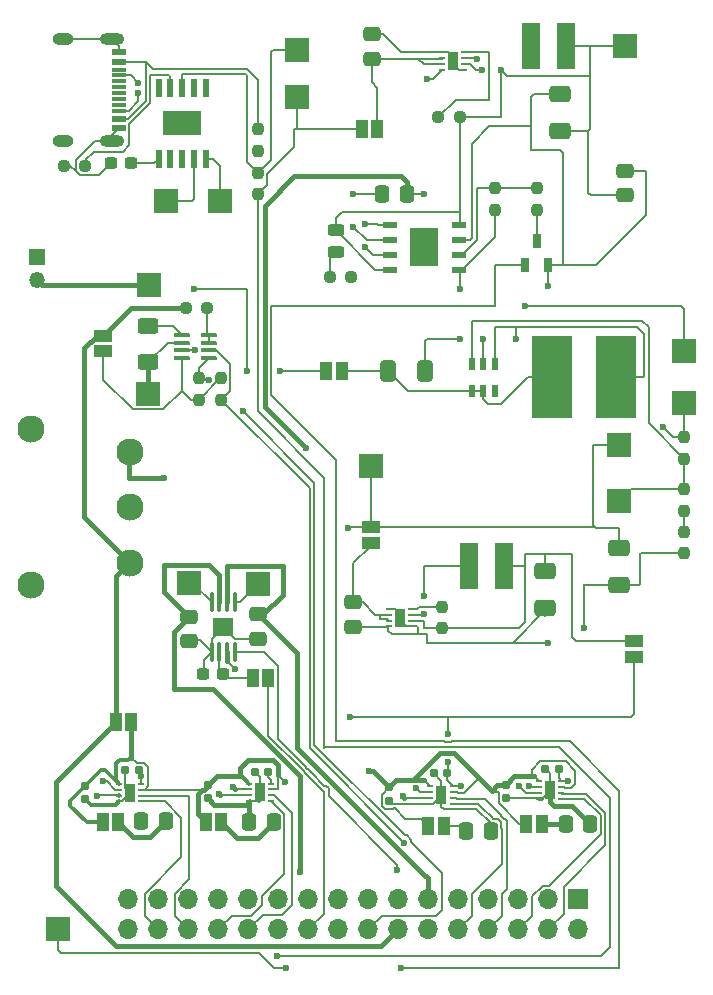
<source format=gbr>
%TF.GenerationSoftware,KiCad,Pcbnew,9.0.0*%
%TF.CreationDate,2025-03-27T21:26:44+02:00*%
%TF.ProjectId,EEE3088F Project,45454533-3038-4384-9620-50726f6a6563,rev?*%
%TF.SameCoordinates,Original*%
%TF.FileFunction,Copper,L1,Top*%
%TF.FilePolarity,Positive*%
%FSLAX46Y46*%
G04 Gerber Fmt 4.6, Leading zero omitted, Abs format (unit mm)*
G04 Created by KiCad (PCBNEW 9.0.0) date 2025-03-27 21:26:44*
%MOMM*%
%LPD*%
G01*
G04 APERTURE LIST*
G04 Aperture macros list*
%AMRoundRect*
0 Rectangle with rounded corners*
0 $1 Rounding radius*
0 $2 $3 $4 $5 $6 $7 $8 $9 X,Y pos of 4 corners*
0 Add a 4 corners polygon primitive as box body*
4,1,4,$2,$3,$4,$5,$6,$7,$8,$9,$2,$3,0*
0 Add four circle primitives for the rounded corners*
1,1,$1+$1,$2,$3*
1,1,$1+$1,$4,$5*
1,1,$1+$1,$6,$7*
1,1,$1+$1,$8,$9*
0 Add four rect primitives between the rounded corners*
20,1,$1+$1,$2,$3,$4,$5,0*
20,1,$1+$1,$4,$5,$6,$7,0*
20,1,$1+$1,$6,$7,$8,$9,0*
20,1,$1+$1,$8,$9,$2,$3,0*%
G04 Aperture macros list end*
%TA.AperFunction,ComponentPad*%
%ADD10O,2.100000X1.000000*%
%TD*%
%TA.AperFunction,ComponentPad*%
%ADD11O,1.800000X1.000000*%
%TD*%
%TA.AperFunction,SMDPad,CuDef*%
%ADD12R,1.150000X0.600000*%
%TD*%
%TA.AperFunction,SMDPad,CuDef*%
%ADD13R,1.150000X0.300000*%
%TD*%
%TA.AperFunction,SMDPad,CuDef*%
%ADD14RoundRect,0.100000X-0.562500X-0.100000X0.562500X-0.100000X0.562500X0.100000X-0.562500X0.100000X0*%
%TD*%
%TA.AperFunction,SMDPad,CuDef*%
%ADD15R,0.700000X1.250000*%
%TD*%
%TA.AperFunction,SMDPad,CuDef*%
%ADD16RoundRect,0.237500X-0.237500X0.250000X-0.237500X-0.250000X0.237500X-0.250000X0.237500X0.250000X0*%
%TD*%
%TA.AperFunction,SMDPad,CuDef*%
%ADD17R,1.500000X1.000000*%
%TD*%
%TA.AperFunction,SMDPad,CuDef*%
%ADD18O,0.364000X1.662000*%
%TD*%
%TA.AperFunction,SMDPad,CuDef*%
%ADD19R,1.800000X1.500000*%
%TD*%
%TA.AperFunction,SMDPad,CuDef*%
%ADD20RoundRect,0.250000X0.475000X-0.337500X0.475000X0.337500X-0.475000X0.337500X-0.475000X-0.337500X0*%
%TD*%
%TA.AperFunction,SMDPad,CuDef*%
%ADD21RoundRect,0.250000X-0.412500X-0.650000X0.412500X-0.650000X0.412500X0.650000X-0.412500X0.650000X0*%
%TD*%
%TA.AperFunction,SMDPad,CuDef*%
%ADD22RoundRect,0.250000X-0.475000X0.337500X-0.475000X-0.337500X0.475000X-0.337500X0.475000X0.337500X0*%
%TD*%
%TA.AperFunction,SMDPad,CuDef*%
%ADD23RoundRect,0.250000X0.337500X0.475000X-0.337500X0.475000X-0.337500X-0.475000X0.337500X-0.475000X0*%
%TD*%
%TA.AperFunction,SMDPad,CuDef*%
%ADD24RoundRect,0.250000X0.650000X-0.412500X0.650000X0.412500X-0.650000X0.412500X-0.650000X-0.412500X0*%
%TD*%
%TA.AperFunction,SMDPad,CuDef*%
%ADD25R,2.000000X2.000000*%
%TD*%
%TA.AperFunction,SMDPad,CuDef*%
%ADD26R,0.521000X0.250000*%
%TD*%
%TA.AperFunction,SMDPad,CuDef*%
%ADD27R,0.900000X1.600000*%
%TD*%
%TA.AperFunction,SMDPad,CuDef*%
%ADD28RoundRect,0.250000X-0.337500X-0.475000X0.337500X-0.475000X0.337500X0.475000X-0.337500X0.475000X0*%
%TD*%
%TA.AperFunction,SMDPad,CuDef*%
%ADD29R,1.000000X1.500000*%
%TD*%
%TA.AperFunction,SMDPad,CuDef*%
%ADD30RoundRect,0.155000X-0.212500X-0.155000X0.212500X-0.155000X0.212500X0.155000X-0.212500X0.155000X0*%
%TD*%
%TA.AperFunction,SMDPad,CuDef*%
%ADD31RoundRect,0.237500X0.237500X-0.250000X0.237500X0.250000X-0.237500X0.250000X-0.237500X-0.250000X0*%
%TD*%
%TA.AperFunction,SMDPad,CuDef*%
%ADD32RoundRect,0.062500X-0.187500X-0.062500X0.187500X-0.062500X0.187500X0.062500X-0.187500X0.062500X0*%
%TD*%
%TA.AperFunction,SMDPad,CuDef*%
%ADD33RoundRect,0.250000X0.625000X-0.400000X0.625000X0.400000X-0.625000X0.400000X-0.625000X-0.400000X0*%
%TD*%
%TA.AperFunction,SMDPad,CuDef*%
%ADD34R,1.600000X3.900000*%
%TD*%
%TA.AperFunction,ComponentPad*%
%ADD35R,1.350000X1.350000*%
%TD*%
%TA.AperFunction,ComponentPad*%
%ADD36O,1.350000X1.350000*%
%TD*%
%TA.AperFunction,ComponentPad*%
%ADD37C,2.300000*%
%TD*%
%TA.AperFunction,SMDPad,CuDef*%
%ADD38RoundRect,0.237500X0.250000X0.237500X-0.250000X0.237500X-0.250000X-0.237500X0.250000X-0.237500X0*%
%TD*%
%TA.AperFunction,SMDPad,CuDef*%
%ADD39RoundRect,0.250000X-0.650000X0.412500X-0.650000X-0.412500X0.650000X-0.412500X0.650000X0.412500X0*%
%TD*%
%TA.AperFunction,SMDPad,CuDef*%
%ADD40R,0.600000X1.500000*%
%TD*%
%TA.AperFunction,SMDPad,CuDef*%
%ADD41R,3.300000X2.100000*%
%TD*%
%TA.AperFunction,SMDPad,CuDef*%
%ADD42R,0.532000X1.072000*%
%TD*%
%TA.AperFunction,SMDPad,CuDef*%
%ADD43R,3.500000X7.000000*%
%TD*%
%TA.AperFunction,SMDPad,CuDef*%
%ADD44R,1.200000X0.600000*%
%TD*%
%TA.AperFunction,SMDPad,CuDef*%
%ADD45R,2.400000X3.300000*%
%TD*%
%TA.AperFunction,SMDPad,CuDef*%
%ADD46RoundRect,0.243750X0.456250X-0.243750X0.456250X0.243750X-0.456250X0.243750X-0.456250X-0.243750X0*%
%TD*%
%TA.AperFunction,SMDPad,CuDef*%
%ADD47RoundRect,0.155000X-0.155000X0.212500X-0.155000X-0.212500X0.155000X-0.212500X0.155000X0.212500X0*%
%TD*%
%TA.AperFunction,SMDPad,CuDef*%
%ADD48RoundRect,0.237500X0.300000X0.237500X-0.300000X0.237500X-0.300000X-0.237500X0.300000X-0.237500X0*%
%TD*%
%TA.AperFunction,SMDPad,CuDef*%
%ADD49RoundRect,0.237500X-0.250000X-0.237500X0.250000X-0.237500X0.250000X0.237500X-0.250000X0.237500X0*%
%TD*%
%TA.AperFunction,ComponentPad*%
%ADD50R,1.700000X1.700000*%
%TD*%
%TA.AperFunction,ComponentPad*%
%ADD51O,1.700000X1.700000*%
%TD*%
%TA.AperFunction,ViaPad*%
%ADD52C,0.600000*%
%TD*%
%TA.AperFunction,Conductor*%
%ADD53C,0.400000*%
%TD*%
%TA.AperFunction,Conductor*%
%ADD54C,0.200000*%
%TD*%
%TA.AperFunction,Conductor*%
%ADD55C,0.300000*%
%TD*%
G04 APERTURE END LIST*
D10*
%TO.P,USB1,1,SHELL*%
%TO.N,GND*%
X157582150Y-46380000D03*
%TO.P,USB1,2,SHELL*%
X157582150Y-55020000D03*
D11*
%TO.P,USB1,3,SHELL*%
X153432250Y-46380000D03*
%TO.P,USB1,4,SHELL*%
X153432250Y-55020000D03*
D12*
%TO.P,USB1,A1B12,GND*%
X158157250Y-47499900D03*
%TO.P,USB1,A4B9,VBUS*%
%TO.N,/VBUS_USBC*%
X158157250Y-48300000D03*
D13*
%TO.P,USB1,A5,CC1*%
%TO.N,/CC1*%
X158157250Y-49450100D03*
%TO.P,USB1,A6,DP1*%
%TO.N,unconnected-(USB1-DP1-PadA6)*%
X158157250Y-50450100D03*
%TO.P,USB1,A7,DN1*%
%TO.N,unconnected-(USB1-DN1-PadA7)*%
X158157250Y-50949900D03*
%TO.P,USB1,A8,SBU1*%
%TO.N,unconnected-(USB1-SBU1-PadA8)*%
X158157250Y-51949900D03*
D12*
%TO.P,USB1,B1A12,GND*%
%TO.N,GND*%
X158157250Y-53899900D03*
%TO.P,USB1,B4A9,VBUS*%
%TO.N,/VBUS_USBC*%
X158157250Y-53100000D03*
D13*
%TO.P,USB1,B5,CC2*%
%TO.N,/CC2*%
X158157250Y-52450100D03*
%TO.P,USB1,B6,DP2*%
%TO.N,unconnected-(USB1-DP2-PadB6)*%
X158157250Y-51450100D03*
%TO.P,USB1,B7,DN2*%
%TO.N,unconnected-(USB1-DN2-PadB7)*%
X158157250Y-49949900D03*
%TO.P,USB1,B8,SBU2*%
%TO.N,unconnected-(USB1-SBU2-PadB8)*%
X158157250Y-48949900D03*
%TD*%
D14*
%TO.P,CurrentSensor1,1,IN+*%
%TO.N,/RSense+*%
X163462500Y-71425000D03*
%TO.P,CurrentSensor1,2,IN-*%
%TO.N,/RSense-*%
X163462500Y-72075000D03*
%TO.P,CurrentSensor1,3,GND*%
%TO.N,GND*%
X163462500Y-72725000D03*
%TO.P,CurrentSensor1,4,VS*%
%TO.N,Net-(CurrSenseJP1-A)*%
X163462500Y-73375000D03*
%TO.P,CurrentSensor1,5,SCL*%
%TO.N,/12C1_SCL*%
X165737500Y-73375000D03*
%TO.P,CurrentSensor1,6,SDA*%
%TO.N,/12C1_SDA*%
X165737500Y-72725000D03*
%TO.P,CurrentSensor1,7,A0*%
%TO.N,Net-(CurrentSensor1-A0)*%
X165737500Y-72075000D03*
%TO.P,CurrentSensor1,8,A1*%
X165737500Y-71425000D03*
%TD*%
D15*
%TO.P,Q2,1,G*%
%TO.N,/FAST_CHRG_CNTRL*%
X192550000Y-65500000D03*
%TO.P,Q2,2,S*%
%TO.N,GND*%
X194450000Y-65500000D03*
%TO.P,Q2,3,D*%
%TO.N,Net-(Q2-D)*%
X193500000Y-63500000D03*
%TD*%
D16*
%TO.P,R8,1*%
%TO.N,Net-(5VReg_IC1-FB)*%
X206000000Y-84500000D03*
%TO.P,R8,2*%
%TO.N,Net-(R10-Pad1)*%
X206000000Y-86325000D03*
%TD*%
D17*
%TO.P,CurrSenseJP1,1,A*%
%TO.N,Net-(CurrSenseJP1-A)*%
X156800000Y-72800000D03*
%TO.P,CurrSenseJP1,2,B*%
%TO.N,VBatt*%
X156800000Y-71500000D03*
%TD*%
D18*
%TO.P,ExtLoadSw_IC1,1,GND*%
%TO.N,GND*%
X166000000Y-98300000D03*
%TO.P,ExtLoadSw_IC1,2,IN*%
%TO.N,Net-(ExtLoadJP1-B)*%
X166650000Y-98300000D03*
%TO.P,ExtLoadSw_IC1,3,EN1*%
%TO.N,/CTRL_EXT_LOAD1*%
X167300000Y-98300000D03*
%TO.P,ExtLoadSw_IC1,4,EN2*%
%TO.N,/CTRL_EXT_LOAD2*%
X167950000Y-98300000D03*
%TO.P,ExtLoadSw_IC1,5,FLG2*%
%TO.N,Net-(ExtLoadSw_IC1-FLG2)*%
X167950000Y-94038000D03*
%TO.P,ExtLoadSw_IC1,6,OUT2*%
%TO.N,/EXT_LOAD2_OUT*%
X167300000Y-94038000D03*
%TO.P,ExtLoadSw_IC1,7,OUT1*%
%TO.N,/EXT_LOAD1_OUT*%
X166650000Y-94038000D03*
%TO.P,ExtLoadSw_IC1,8,FLG1*%
%TO.N,Net-(ExtLoadSw_IC1-FLG1)*%
X166000000Y-94038000D03*
D19*
%TO.P,ExtLoadSw_IC1,9,EP*%
%TO.N,GND*%
X166975000Y-96169000D03*
%TD*%
D20*
%TO.P,C3,1*%
%TO.N,Net-(9Vto5V_IC1-EN)*%
X179537500Y-48037500D03*
%TO.P,C3,2*%
%TO.N,GND*%
X179537500Y-45962500D03*
%TD*%
D21*
%TO.P,C16,1*%
%TO.N,Net-(5VReg_IC1-EN)*%
X180937500Y-74500000D03*
%TO.P,C16,2*%
%TO.N,GND*%
X184062500Y-74500000D03*
%TD*%
D22*
%TO.P,C17,1*%
%TO.N,/EXT_LOAD1_OUT*%
X164100000Y-95262500D03*
%TO.P,C17,2*%
%TO.N,GND*%
X164100000Y-97337500D03*
%TD*%
D23*
%TO.P,M1BulkC1,1*%
%TO.N,Net-(JP11-B)*%
X162100000Y-112600000D03*
%TO.P,M1BulkC1,2*%
%TO.N,GND*%
X160025000Y-112600000D03*
%TD*%
D16*
%TO.P,R2,1*%
%TO.N,Net-(BattCharge_IC1-PROG)*%
X193500000Y-59000000D03*
%TO.P,R2,2*%
%TO.N,Net-(Q2-D)*%
X193500000Y-60825000D03*
%TD*%
D24*
%TO.P,C4,1*%
%TO.N,Net-(9Vto5V_IC1-VOS)*%
X195500000Y-54125000D03*
%TO.P,C4,2*%
%TO.N,GND*%
X195500000Y-51000000D03*
%TD*%
D25*
%TO.P,TP3,1,1*%
%TO.N,Net-(USB-C_IC1-VBUS)*%
X173250000Y-47300000D03*
%TD*%
D26*
%TO.P,9Vto5V_IC1,1,PGND*%
%TO.N,GND*%
X185500000Y-47500000D03*
%TO.P,9Vto5V_IC1,2,VIN*%
%TO.N,Net-(9Vto5V_IC1-EN)*%
X185500000Y-48000200D03*
%TO.P,9Vto5V_IC1,3,EN*%
X185500000Y-48500000D03*
%TO.P,9Vto5V_IC1,4,AGND*%
%TO.N,GND*%
X185500000Y-49000200D03*
%TO.P,9Vto5V_IC1,5,FB*%
X187400000Y-49000200D03*
%TO.P,9Vto5V_IC1,6,VOS*%
%TO.N,Net-(9Vto5V_IC1-VOS)*%
X187400000Y-48500000D03*
%TO.P,9Vto5V_IC1,7,SW*%
%TO.N,Net-(9Vto5V_IC1-SW)*%
X187400000Y-48000200D03*
%TO.P,9Vto5V_IC1,8,PG*%
%TO.N,Net-(9Vto5V_IC1-PG)*%
X187400000Y-47500000D03*
D27*
%TO.P,9Vto5V_IC1,9,PAD*%
%TO.N,GND*%
X186450000Y-48250100D03*
%TD*%
D28*
%TO.P,M4BulkC1,1*%
%TO.N,Net-(JP8-B)*%
X187562500Y-113400000D03*
%TO.P,M4BulkC1,2*%
%TO.N,GND*%
X189637500Y-113400000D03*
%TD*%
D29*
%TO.P,ExtLoadJP1,1,A*%
%TO.N,/5V Regulated*%
X170800000Y-100500000D03*
%TO.P,ExtLoadJP1,2,B*%
%TO.N,Net-(ExtLoadJP1-B)*%
X169500000Y-100500000D03*
%TD*%
D16*
%TO.P,R10,1*%
%TO.N,Net-(R10-Pad1)*%
X206000000Y-88087500D03*
%TO.P,R10,2*%
%TO.N,GND*%
X206000000Y-89912500D03*
%TD*%
D30*
%TO.P,C7,1*%
%TO.N,GND*%
X194232500Y-108132500D03*
%TO.P,C7,2*%
%TO.N,/3V3 Regulated*%
X195367500Y-108132500D03*
%TD*%
D31*
%TO.P,R13,1*%
%TO.N,Net-(CurrSenseJP1-A)*%
X164900000Y-76925000D03*
%TO.P,R13,2*%
%TO.N,/12C1_SCL*%
X164900000Y-75100000D03*
%TD*%
D25*
%TO.P,TP7,1,1*%
%TO.N,Net-(USB-C_IC1-DM)*%
X166699900Y-60100100D03*
%TD*%
D32*
%TO.P,M3Control1,1,VM*%
%TO.N,Net-(BCM3_JP1-A)*%
X169149000Y-109400000D03*
%TO.P,M3Control1,2,OUT1*%
%TO.N,/MOTOR3_A_OUT*%
X169149000Y-109900000D03*
%TO.P,M3Control1,3,OUT2*%
%TO.N,/MOTOR3_B_OUT *%
X169149000Y-110400000D03*
%TO.P,M3Control1,4,GND*%
%TO.N,GND*%
X169149000Y-110900000D03*
%TO.P,M3Control1,5,IN2*%
%TO.N,/MOTOR3_CTRL2*%
X171049000Y-110900000D03*
%TO.P,M3Control1,6,IN1*%
%TO.N,/MOTOR3_CTRL1*%
X171049000Y-110400000D03*
%TO.P,M3Control1,7,~{SLEEP}*%
%TO.N,Net-(BCM3_JP1-A)*%
X171049000Y-109900000D03*
%TO.P,M3Control1,8,VCC*%
%TO.N,/3V3 Regulated*%
X171049000Y-109400000D03*
D27*
%TO.P,M3Control1,9,GND*%
%TO.N,GND*%
X170099000Y-110150000D03*
%TD*%
D29*
%TO.P,BCM3_JP1,1,A*%
%TO.N,Net-(BCM3_JP1-A)*%
X165500000Y-112700000D03*
%TO.P,BCM3_JP1,2,B*%
%TO.N,Net-(BCM3_JP1-B)*%
X166800000Y-112700000D03*
%TD*%
D25*
%TO.P,OvCurF2,1,1*%
%TO.N,Net-(ExtLoadSw_IC1-FLG2)*%
X169900000Y-92500000D03*
%TD*%
%TO.P,TP9,1,1*%
%TO.N,/5V Regulated*%
X200500000Y-80750000D03*
%TD*%
D23*
%TO.P,C2,1*%
%TO.N,VCharge*%
X182500000Y-59500000D03*
%TO.P,C2,2*%
%TO.N,GND*%
X180425000Y-59500000D03*
%TD*%
D29*
%TO.P,JP10,1,A*%
%TO.N,Net-(BCM3_JP1-A)*%
X192650000Y-112800000D03*
%TO.P,JP10,2,B*%
%TO.N,Net-(JP10-B)*%
X193950000Y-112800000D03*
%TD*%
D33*
%TO.P,RSense1,1*%
%TO.N,/RSense-*%
X160600000Y-73750000D03*
%TO.P,RSense1,2*%
%TO.N,/RSense+*%
X160600000Y-70650000D03*
%TD*%
D34*
%TO.P,L4,1,1*%
%TO.N,Net-(9Vto5V_IC1-SW)*%
X193000000Y-47000000D03*
%TO.P,L4,2,2*%
%TO.N,Net-(9Vto5V_IC1-VOS)*%
X196000200Y-47000000D03*
%TD*%
D35*
%TO.P,J2,1,Pin_1*%
%TO.N,GND*%
X151200000Y-64800000D03*
D36*
%TO.P,J2,2,Pin_2*%
%TO.N,/RSense+*%
X151200000Y-66800000D03*
%TD*%
D25*
%TO.P,UnusedPinTP1,1,1*%
%TO.N,Net-(J1-Pin_15)*%
X153000000Y-121750000D03*
%TD*%
D16*
%TO.P,R7,1*%
%TO.N,Net-(3V3Reg_IC1-PG)*%
X185500000Y-94437500D03*
%TO.P,R7,2*%
%TO.N,Net-(3V3Reg_IC1-VOS)*%
X185500000Y-96262500D03*
%TD*%
D23*
%TO.P,M3BulkC1,1*%
%TO.N,Net-(BCM3_JP1-B)*%
X171237500Y-112700000D03*
%TO.P,M3BulkC1,2*%
%TO.N,GND*%
X169162500Y-112700000D03*
%TD*%
D37*
%TO.P,SWPwr1,1,A*%
%TO.N,VBatt*%
X159063500Y-90700000D03*
%TO.P,SWPwr1,2,B*%
%TO.N,/RSense-*%
X159063500Y-86000000D03*
%TO.P,SWPwr1,3,C*%
%TO.N,VCharge*%
X159063500Y-81300000D03*
%TO.P,SWPwr1,4*%
%TO.N,N/C*%
X150663500Y-79400000D03*
%TO.P,SWPwr1,5*%
X150663500Y-92600000D03*
%TD*%
D29*
%TO.P,JP11,1,A*%
%TO.N,Net-(BCM3_JP1-A)*%
X156800000Y-112700000D03*
%TO.P,JP11,2,B*%
%TO.N,Net-(JP11-B)*%
X158100000Y-112700000D03*
%TD*%
D17*
%TO.P,JP7,1,A*%
%TO.N,Net-(3V3Reg_IC1-VOS)*%
X201750000Y-97350000D03*
%TO.P,JP7,2,B*%
%TO.N,/3V3 Regulated*%
X201750000Y-98650000D03*
%TD*%
D25*
%TO.P,TP1,1,1*%
%TO.N,Net-(9Vto5V_IC1-VOS)*%
X201000000Y-47000000D03*
%TD*%
D38*
%TO.P,R_set1,1*%
%TO.N,Net-(USB-C_IC1-CFG1)*%
X155300000Y-57100000D03*
%TO.P,R_set1,2*%
%TO.N,GND*%
X153475000Y-57100000D03*
%TD*%
D25*
%TO.P,RSenseTP+1,1,1*%
%TO.N,/RSense+*%
X160700000Y-67200000D03*
%TD*%
D39*
%TO.P,5VRegC1,1*%
%TO.N,/5V Regulated*%
X200500000Y-89437500D03*
%TO.P,5VRegC1,2*%
%TO.N,GND*%
X200500000Y-92562500D03*
%TD*%
D25*
%TO.P,TP6,1,1*%
%TO.N,Net-(USB-C_IC1-DP)*%
X162099900Y-60100100D03*
%TD*%
D40*
%TO.P,USB-C_IC1,1,VDD*%
%TO.N,Net-(USB-C_IC1-VDD)*%
X161500000Y-56500200D03*
%TO.P,USB-C_IC1,2,CFG2*%
%TO.N,unconnected-(USB-C_IC1-CFG2-Pad2)*%
X162500000Y-56500200D03*
%TO.P,USB-C_IC1,3,CFG3*%
%TO.N,unconnected-(USB-C_IC1-CFG3-Pad3)*%
X163500000Y-56500200D03*
%TO.P,USB-C_IC1,4,DP*%
%TO.N,Net-(USB-C_IC1-DP)*%
X164500000Y-56500200D03*
%TO.P,USB-C_IC1,5,DM*%
%TO.N,Net-(USB-C_IC1-DM)*%
X165500000Y-56500200D03*
%TO.P,USB-C_IC1,6,CC2*%
%TO.N,/CC2*%
X165500000Y-50500200D03*
%TO.P,USB-C_IC1,7,CC1*%
%TO.N,/CC1*%
X164500000Y-50500000D03*
%TO.P,USB-C_IC1,8,VBUS*%
%TO.N,Net-(USB-C_IC1-VBUS)*%
X163500000Y-50500000D03*
%TO.P,USB-C_IC1,9,CFG1*%
%TO.N,Net-(USB-C_IC1-CFG1)*%
X162500000Y-50500000D03*
%TO.P,USB-C_IC1,10,PG*%
%TO.N,unconnected-(USB-C_IC1-PG-Pad10)*%
X161500000Y-50500200D03*
D41*
%TO.P,USB-C_IC1,11,GND*%
%TO.N,GND*%
X163500000Y-53500000D03*
%TD*%
D42*
%TO.P,5VReg_IC1,1,SW*%
%TO.N,Net-(5VReg_IC1-SW)*%
X189950000Y-73850900D03*
%TO.P,5VReg_IC1,2,GND*%
%TO.N,GND*%
X189000000Y-73850900D03*
%TO.P,5VReg_IC1,3,FB*%
%TO.N,Net-(5VReg_IC1-FB)*%
X188050000Y-73850900D03*
%TO.P,5VReg_IC1,4,EN*%
%TO.N,Net-(5VReg_IC1-EN)*%
X188050000Y-76149100D03*
%TO.P,5VReg_IC1,5,IN*%
X189000000Y-76149100D03*
%TO.P,5VReg_IC1,6,NC*%
%TO.N,unconnected-(5VReg_IC1-NC-Pad6)*%
X189950000Y-76149100D03*
%TD*%
D28*
%TO.P,M2BulkC1,1*%
%TO.N,Net-(JP10-B)*%
X195962500Y-112800000D03*
%TO.P,M2BulkC1,2*%
%TO.N,GND*%
X198037500Y-112800000D03*
%TD*%
D25*
%TO.P,D1,1,K*%
%TO.N,/5V Regulated*%
X206000000Y-77199900D03*
%TO.P,D1,2,A*%
%TO.N,Net-(5VReg_IC1-SW)*%
X206000000Y-72800100D03*
%TD*%
%TO.P,TP8,1,1*%
%TO.N,Net-(5VReg_IC1-FB)*%
X200500000Y-85500000D03*
%TD*%
D32*
%TO.P,M1Control1,1,VM*%
%TO.N,Net-(BCM3_JP1-A)*%
X158150000Y-109417500D03*
%TO.P,M1Control1,2,OUT1*%
%TO.N,/MOTOR1_A_OUT*%
X158150000Y-109917500D03*
%TO.P,M1Control1,3,OUT2*%
%TO.N,/MOTOR1_B_OUT *%
X158150000Y-110417500D03*
%TO.P,M1Control1,4,GND*%
%TO.N,GND*%
X158150000Y-110917500D03*
%TO.P,M1Control1,5,IN2*%
%TO.N,/MOTOR1_CTRL2*%
X160050000Y-110917500D03*
%TO.P,M1Control1,6,IN1*%
%TO.N,/MOTOR1_CTRL1*%
X160050000Y-110417500D03*
%TO.P,M1Control1,7,~{SLEEP}*%
%TO.N,Net-(BCM3_JP1-A)*%
X160050000Y-109917500D03*
%TO.P,M1Control1,8,VCC*%
%TO.N,/3V3 Regulated*%
X160050000Y-109417500D03*
D27*
%TO.P,M1Control1,9,GND*%
%TO.N,GND*%
X159100000Y-110167500D03*
%TD*%
D43*
%TO.P,5VRegInd1,1,1*%
%TO.N,Net-(5VReg_IC1-EN)*%
X194800000Y-75000000D03*
%TO.P,5VRegInd1,2,2*%
%TO.N,Net-(5VReg_IC1-SW)*%
X200200000Y-75000000D03*
%TD*%
D38*
%TO.P,R11,1*%
%TO.N,Net-(CurrentSensor1-A0)*%
X165625000Y-69100000D03*
%TO.P,R11,2*%
%TO.N,VBatt*%
X163800000Y-69100000D03*
%TD*%
D30*
%TO.P,C11,1*%
%TO.N,GND*%
X184800000Y-108500000D03*
%TO.P,C11,2*%
%TO.N,/3V3 Regulated*%
X185935000Y-108500000D03*
%TD*%
%TO.P,C9,1*%
%TO.N,GND*%
X169632500Y-108400000D03*
%TO.P,C9,2*%
%TO.N,/3V3 Regulated*%
X170767500Y-108400000D03*
%TD*%
D44*
%TO.P,BattCharge_IC1,1,TEMP*%
%TO.N,GND*%
X186908300Y-65905000D03*
%TO.P,BattCharge_IC1,2,PROG*%
%TO.N,Net-(BattCharge_IC1-PROG)*%
X186908300Y-64635000D03*
%TO.P,BattCharge_IC1,3,GND*%
%TO.N,GND*%
X186908300Y-63365000D03*
%TO.P,BattCharge_IC1,4,VCC*%
%TO.N,Net-(9Vto5V_IC1-VOS)*%
X186908300Y-62095000D03*
%TO.P,BattCharge_IC1,5,BAT*%
%TO.N,VCharge*%
X181091700Y-62095000D03*
%TO.P,BattCharge_IC1,6,STDBY#*%
%TO.N,GND*%
X181091700Y-63365000D03*
%TO.P,BattCharge_IC1,7,CHRG#*%
%TO.N,Net-(BattCharge_IC1-CHRG#)*%
X181091700Y-64635000D03*
%TO.P,BattCharge_IC1,8,CE*%
%TO.N,Net-(9Vto5V_IC1-VOS)*%
X181091700Y-65905000D03*
D45*
%TO.P,BattCharge_IC1,9,EP*%
%TO.N,GND*%
X184000000Y-64000000D03*
%TD*%
D16*
%TO.P,R3,1*%
%TO.N,Net-(BattCharge_IC1-PROG)*%
X190000000Y-59000000D03*
%TO.P,R3,2*%
%TO.N,GND*%
X190000000Y-60825000D03*
%TD*%
D25*
%TO.P,TP2,1,1*%
%TO.N,9V USB-C*%
X173250000Y-51250000D03*
%TD*%
D46*
%TO.P,D2,1,K*%
%TO.N,Net-(D2-K)*%
X176500000Y-64437500D03*
%TO.P,D2,2,A*%
%TO.N,Net-(9Vto5V_IC1-VOS)*%
X176500000Y-62562500D03*
%TD*%
D22*
%TO.P,C14,1*%
%TO.N,Net-(3V3Reg_IC1-EN)*%
X178000000Y-94062500D03*
%TO.P,C14,2*%
%TO.N,GND*%
X178000000Y-96137500D03*
%TD*%
D31*
%TO.P,R6,1*%
%TO.N,9V USB-C*%
X169900000Y-59500000D03*
%TO.P,R6,2*%
%TO.N,Net-(USB-C_IC1-VBUS)*%
X169900000Y-57675000D03*
%TD*%
D47*
%TO.P,C10,1*%
%TO.N,Net-(BCM3_JP1-A)*%
X165700000Y-109532500D03*
%TO.P,C10,2*%
%TO.N,GND*%
X165700000Y-110667500D03*
%TD*%
D48*
%TO.P,C15,1*%
%TO.N,Net-(ExtLoadJP1-B)*%
X166962500Y-100100000D03*
%TO.P,C15,2*%
%TO.N,GND*%
X165237500Y-100100000D03*
%TD*%
D29*
%TO.P,JP4,1,A*%
%TO.N,9V USB-C*%
X178700000Y-54000000D03*
%TO.P,JP4,2,B*%
%TO.N,Net-(9Vto5V_IC1-EN)*%
X180000000Y-54000000D03*
%TD*%
D34*
%TO.P,3V3RegInd1,1,1*%
%TO.N,Net-(3V3Reg_IC1-SW)*%
X187749800Y-91000000D03*
%TO.P,3V3RegInd1,2,2*%
%TO.N,Net-(3V3Reg_IC1-VOS)*%
X190750000Y-91000000D03*
%TD*%
D32*
%TO.P,M2Control1,1,VM*%
%TO.N,Net-(BCM3_JP1-A)*%
X193700000Y-109200000D03*
%TO.P,M2Control1,2,OUT1*%
%TO.N,/MOTOR2_A_OUT*%
X193700000Y-109700000D03*
%TO.P,M2Control1,3,OUT2*%
%TO.N,/MOTOR2_B_OUT *%
X193700000Y-110200000D03*
%TO.P,M2Control1,4,GND*%
%TO.N,GND*%
X193700000Y-110700000D03*
%TO.P,M2Control1,5,IN2*%
%TO.N,/MOTOR2_CTRL2*%
X195600000Y-110700000D03*
%TO.P,M2Control1,6,IN1*%
%TO.N,/MOTOR2_CTRL1*%
X195600000Y-110200000D03*
%TO.P,M2Control1,7,~{SLEEP}*%
%TO.N,Net-(BCM3_JP1-A)*%
X195600000Y-109700000D03*
%TO.P,M2Control1,8,VCC*%
%TO.N,/3V3 Regulated*%
X195600000Y-109200000D03*
D27*
%TO.P,M2Control1,9,GND*%
%TO.N,GND*%
X194650000Y-109950000D03*
%TD*%
D26*
%TO.P,3V3Reg_IC1,1,PGND*%
%TO.N,GND*%
X181000000Y-94599800D03*
%TO.P,3V3Reg_IC1,2,VIN*%
%TO.N,Net-(3V3Reg_IC1-EN)*%
X181000000Y-95100000D03*
%TO.P,3V3Reg_IC1,3,EN*%
X181000000Y-95599800D03*
%TO.P,3V3Reg_IC1,4,AGND*%
%TO.N,GND*%
X181000000Y-96100000D03*
%TO.P,3V3Reg_IC1,5,FB*%
X182900000Y-96100000D03*
%TO.P,3V3Reg_IC1,6,VOS*%
%TO.N,Net-(3V3Reg_IC1-VOS)*%
X182900000Y-95599800D03*
%TO.P,3V3Reg_IC1,7,SW*%
%TO.N,Net-(3V3Reg_IC1-SW)*%
X182900000Y-95100000D03*
%TO.P,3V3Reg_IC1,8,PG*%
%TO.N,Net-(3V3Reg_IC1-PG)*%
X182900000Y-94599800D03*
D27*
%TO.P,3V3Reg_IC1,9,EP*%
%TO.N,GND*%
X181950000Y-95349900D03*
%TD*%
D29*
%TO.P,JP8,1,A*%
%TO.N,Net-(BCM3_JP1-A)*%
X184350000Y-113000000D03*
%TO.P,JP8,2,B*%
%TO.N,Net-(JP8-B)*%
X185650000Y-113000000D03*
%TD*%
D49*
%TO.P,R4,1*%
%TO.N,Net-(9Vto5V_IC1-PG)*%
X185175000Y-53000000D03*
%TO.P,R4,2*%
%TO.N,Net-(9Vto5V_IC1-VOS)*%
X187000000Y-53000000D03*
%TD*%
D22*
%TO.P,C1,1*%
%TO.N,GND*%
X201000000Y-57500000D03*
%TO.P,C1,2*%
%TO.N,Net-(9Vto5V_IC1-VOS)*%
X201000000Y-59575000D03*
%TD*%
D25*
%TO.P,RSenseTP-1,1,1*%
%TO.N,/RSense-*%
X160600000Y-76400000D03*
%TD*%
D29*
%TO.P,JP5,1,A*%
%TO.N,Net-(5VReg_IC1-EN)*%
X177000000Y-74500000D03*
%TO.P,JP5,2,B*%
%TO.N,VBatt*%
X175700000Y-74500000D03*
%TD*%
D49*
%TO.P,R1,1*%
%TO.N,Net-(D2-K)*%
X176000000Y-66500000D03*
%TO.P,R1,2*%
%TO.N,Net-(BattCharge_IC1-CHRG#)*%
X177825000Y-66500000D03*
%TD*%
D25*
%TO.P,OvCurF1,1,1*%
%TO.N,Net-(ExtLoadSw_IC1-FLG1)*%
X164100000Y-92400000D03*
%TD*%
D29*
%TO.P,MPwrJP1,1,A*%
%TO.N,VBatt*%
X157900000Y-104200000D03*
%TO.P,MPwrJP1,2,B*%
%TO.N,Net-(BCM3_JP1-A)*%
X159200000Y-104200000D03*
%TD*%
D47*
%TO.P,C12,1*%
%TO.N,Net-(BCM3_JP1-A)*%
X181000000Y-109732500D03*
%TO.P,C12,2*%
%TO.N,GND*%
X181000000Y-110867500D03*
%TD*%
%TO.P,C5,1*%
%TO.N,Net-(BCM3_JP1-A)*%
X155300000Y-109600000D03*
%TO.P,C5,2*%
%TO.N,GND*%
X155300000Y-110735000D03*
%TD*%
D20*
%TO.P,C18,1*%
%TO.N,GND*%
X169900000Y-97137500D03*
%TO.P,C18,2*%
%TO.N,/EXT_LOAD2_OUT*%
X169900000Y-95062500D03*
%TD*%
D16*
%TO.P,R9,1*%
%TO.N,/5V Regulated*%
X206000000Y-80087500D03*
%TO.P,R9,2*%
%TO.N,Net-(5VReg_IC1-FB)*%
X206000000Y-81912500D03*
%TD*%
D32*
%TO.P,M4Control1,1,VM*%
%TO.N,Net-(BCM3_JP1-A)*%
X184500000Y-109600000D03*
%TO.P,M4Control1,2,OUT1*%
%TO.N,/MOTOR4_A_OUT*%
X184500000Y-110100000D03*
%TO.P,M4Control1,3,OUT2*%
%TO.N,/MOTOR4_B_OUT*%
X184500000Y-110600000D03*
%TO.P,M4Control1,4,GND*%
%TO.N,GND*%
X184500000Y-111100000D03*
%TO.P,M4Control1,5,IN2*%
%TO.N,/MOTOR4_CTRL2*%
X186400000Y-111100000D03*
%TO.P,M4Control1,6,IN1*%
%TO.N,/MOTOR4_CTRL1*%
X186400000Y-110600000D03*
%TO.P,M4Control1,7,~{SLEEP}*%
%TO.N,Net-(BCM3_JP1-A)*%
X186400000Y-110100000D03*
%TO.P,M4Control1,8,VCC*%
%TO.N,/3V3 Regulated*%
X186400000Y-109600000D03*
D27*
%TO.P,M4Control1,9,GND*%
%TO.N,GND*%
X185450000Y-110350000D03*
%TD*%
D47*
%TO.P,C8,1*%
%TO.N,Net-(BCM3_JP1-A)*%
X190900000Y-109532500D03*
%TO.P,C8,2*%
%TO.N,GND*%
X190900000Y-110667500D03*
%TD*%
D25*
%TO.P,5VOutTest_TP,1,1*%
%TO.N,/5V Regulated*%
X179500000Y-82500000D03*
%TD*%
D16*
%TO.P,R5,1*%
%TO.N,/VBUS_USBC*%
X169900000Y-53987500D03*
%TO.P,R5,2*%
%TO.N,Net-(USB-C_IC1-VDD)*%
X169900000Y-55812500D03*
%TD*%
D39*
%TO.P,3V3RegC1,1*%
%TO.N,Net-(3V3Reg_IC1-VOS)*%
X194250000Y-91437500D03*
%TO.P,3V3RegC1,2*%
%TO.N,GND*%
X194250000Y-94562500D03*
%TD*%
D16*
%TO.P,R12,1*%
%TO.N,Net-(CurrSenseJP1-A)*%
X166800000Y-75087500D03*
%TO.P,R12,2*%
%TO.N,/12C1_SDA*%
X166800000Y-76912500D03*
%TD*%
D17*
%TO.P,JP6,1,A*%
%TO.N,Net-(3V3Reg_IC1-EN)*%
X179500000Y-89000000D03*
%TO.P,JP6,2,B*%
%TO.N,/5V Regulated*%
X179500000Y-87700000D03*
%TD*%
D30*
%TO.P,C6,1*%
%TO.N,GND*%
X158700000Y-108267500D03*
%TO.P,C6,2*%
%TO.N,/3V3 Regulated*%
X159835000Y-108267500D03*
%TD*%
D48*
%TO.P,C13,1*%
%TO.N,Net-(USB-C_IC1-VDD)*%
X159162500Y-56900000D03*
%TO.P,C13,2*%
%TO.N,GND*%
X157437500Y-56900000D03*
%TD*%
D50*
%TO.P,J1,1,Pin_1*%
%TO.N,/MOTOR2_B_OUT *%
X197040000Y-119200000D03*
D51*
%TO.P,J1,2,Pin_2*%
%TO.N,/MOTOR2_A_OUT*%
X197040000Y-121740000D03*
%TO.P,J1,3,Pin_3*%
%TO.N,/MOTOR4_A_OUT*%
X194500000Y-119200000D03*
%TO.P,J1,4,Pin_4*%
%TO.N,/MOTOR2_CTRL1*%
X194500000Y-121740000D03*
%TO.P,J1,5,Pin_5*%
%TO.N,/MOTOR4_B_OUT*%
X191960000Y-119200000D03*
%TO.P,J1,6,Pin_6*%
%TO.N,/MOTOR2_CTRL2*%
X191960000Y-121740000D03*
%TO.P,J1,7,Pin_7*%
%TO.N,/CTRL_EXT_LOAD2*%
X189420000Y-119200000D03*
%TO.P,J1,8,Pin_8*%
%TO.N,/MOTOR4_CTRL1*%
X189420000Y-121740000D03*
%TO.P,J1,9,Pin_9*%
%TO.N,/USART2_RX*%
X186880000Y-119200000D03*
%TO.P,J1,10,Pin_10*%
%TO.N,/MOTOR4_CTRL2*%
X186880000Y-121740000D03*
%TO.P,J1,11,Pin_11*%
%TO.N,/EXT_LOAD2_OUT*%
X184340000Y-119200000D03*
%TO.P,J1,12,Pin_12*%
%TO.N,/USART2_TX*%
X184340000Y-121740000D03*
%TO.P,J1,13,Pin_13*%
%TO.N,/FAST_CHRG_CNTRL*%
X181800000Y-119200000D03*
%TO.P,J1,14,Pin_14*%
%TO.N,VBatt*%
X181800000Y-121740000D03*
%TO.P,J1,15,Pin_15*%
%TO.N,Net-(J1-Pin_15)*%
X179260000Y-119200000D03*
%TO.P,J1,16,Pin_16*%
%TO.N,/12C1_SCL*%
X179260000Y-121740000D03*
%TO.P,J1,17,Pin_17*%
%TO.N,/12C1_SDA*%
X176720000Y-119200000D03*
%TO.P,J1,18,Pin_18*%
%TO.N,/3V3 Regulated*%
X176720000Y-121740000D03*
%TO.P,J1,19,Pin_19*%
%TO.N,GND*%
X174180000Y-119200000D03*
%TO.P,J1,20,Pin_20*%
%TO.N,/5V Regulated*%
X174180000Y-121740000D03*
%TO.P,J1,21,Pin_21*%
%TO.N,/EXT_LOAD1_OUT*%
X171640000Y-119200000D03*
%TO.P,J1,22,Pin_22*%
%TO.N,9V USB-C*%
X171640000Y-121740000D03*
%TO.P,J1,23,Pin_23*%
%TO.N,GND*%
X169100000Y-119200000D03*
%TO.P,J1,24,Pin_24*%
%TO.N,/MOTOR3_CTRL1*%
X169100000Y-121740000D03*
%TO.P,J1,25,Pin_25*%
%TO.N,/CTRL_EXT_LOAD1*%
X166560000Y-119200000D03*
%TO.P,J1,26,Pin_26*%
%TO.N,/MOTOR3_CTRL2*%
X166560000Y-121740000D03*
%TO.P,J1,27,Pin_27*%
%TO.N,/MOTOR3_A_OUT*%
X164020000Y-119200000D03*
%TO.P,J1,28,Pin_28*%
%TO.N,/MOTOR1_CTRL1*%
X164020000Y-121740000D03*
%TO.P,J1,29,Pin_29*%
%TO.N,/MOTOR3_B_OUT *%
X161480000Y-119200000D03*
%TO.P,J1,30,Pin_30*%
%TO.N,/MOTOR1_CTRL2*%
X161480000Y-121740000D03*
%TO.P,J1,31,Pin_31*%
%TO.N,/MOTOR1_B_OUT *%
X158940000Y-119200000D03*
%TO.P,J1,32,Pin_32*%
%TO.N,/MOTOR1_A_OUT*%
X158940000Y-121740000D03*
%TD*%
D52*
%TO.N,/RSense+*%
X160700000Y-67500000D03*
X160600000Y-70650000D03*
%TO.N,GND*%
X189926000Y-112986228D03*
%TO.N,Net-(BCM3_JP1-A)*%
X172224265Y-109275735D03*
%TO.N,GND*%
X159100000Y-110167500D03*
X169162500Y-112700000D03*
X184000000Y-64000000D03*
X158157250Y-53900002D03*
X163600000Y-53500000D03*
X164575000Y-72702739D03*
X194650000Y-109950000D03*
X178000000Y-96137500D03*
X169900000Y-97137500D03*
X165700000Y-110667500D03*
X160025000Y-112600000D03*
X197500000Y-96250000D03*
X179537500Y-45962500D03*
X187000000Y-71750000D03*
X194500000Y-67250000D03*
X194500000Y-97500000D03*
X178000000Y-62250000D03*
X189000000Y-71750000D03*
X178000000Y-59500000D03*
X184250000Y-49750000D03*
X187000000Y-67500000D03*
%TO.N,VBatt*%
X164500000Y-67500000D03*
X169000000Y-74500000D03*
X171750000Y-74500000D03*
X163800000Y-69100000D03*
%TO.N,/12C1_SDA*%
X182300000Y-114400000D03*
%TO.N,/MOTOR1_A_OUT*%
X156800000Y-109200000D03*
%TO.N,/MOTOR1_B_OUT *%
X156300000Y-110417500D03*
%TO.N,/MOTOR2_A_OUT*%
X192900000Y-109600000D03*
%TO.N,/MOTOR2_B_OUT *%
X192000000Y-109600000D03*
%TO.N,/MOTOR3_B_OUT *%
X166600000Y-110300000D03*
%TO.N,/MOTOR3_A_OUT*%
X167800000Y-109700000D03*
%TO.N,/MOTOR4_A_OUT*%
X183300000Y-109800000D03*
%TO.N,/12C1_SCL*%
X165758978Y-75217493D03*
X168618015Y-77881985D03*
%TO.N,/MOTOR4_B_OUT*%
X182200000Y-110500000D03*
%TO.N,VCharge*%
X174000000Y-81000000D03*
X184000000Y-59500000D03*
X162000000Y-83500000D03*
X179000000Y-62000000D03*
%TO.N,/FAST_CHRG_CNTRL*%
X182000000Y-125000000D03*
%TO.N,9V USB-C*%
X171500000Y-124000000D03*
%TO.N,/3V3 Regulated*%
X160001000Y-108800000D03*
X177750000Y-103750000D03*
X186000000Y-105250000D03*
X170767500Y-108400000D03*
X186000000Y-107542088D03*
X196200000Y-109200000D03*
X187100000Y-109600000D03*
%TO.N,/5V Regulated*%
X204250000Y-79250000D03*
X177500000Y-87750000D03*
X200500000Y-80750000D03*
X170800000Y-100500000D03*
%TO.N,/CTRL_EXT_LOAD1*%
X168000000Y-99700000D03*
%TO.N,/RSense-*%
X160600000Y-76400000D03*
%TO.N,Net-(J1-Pin_15)*%
X172250000Y-125000000D03*
%TO.N,/CTRL_EXT_LOAD2*%
X181700000Y-116700000D03*
%TO.N,/CC2*%
X165500000Y-50500200D03*
X159800000Y-50900000D03*
%TO.N,/CC1*%
X159800000Y-50099997D03*
X164500000Y-50300000D03*
%TO.N,/EXT_LOAD1_OUT*%
X173500000Y-116900000D03*
%TO.N,Net-(BCM3_JP1-A)*%
X179356735Y-108356735D03*
%TO.N,Net-(3V3Reg_IC1-SW)*%
X184000000Y-95037500D03*
X184000000Y-93500000D03*
%TO.N,Net-(5VReg_IC1-SW)*%
X192500000Y-69000000D03*
X191750000Y-71750000D03*
%TO.N,Net-(9Vto5V_IC1-VOS)*%
X188900000Y-49000000D03*
X190500000Y-49000000D03*
%TO.N,Net-(9Vto5V_IC1-SW)*%
X188500000Y-48100000D03*
X193000000Y-47000000D03*
%TO.N,Net-(BattCharge_IC1-CHRG#)*%
X179000000Y-64000000D03*
X177825000Y-66500000D03*
%TO.N,Net-(USB-C_IC1-VDD)*%
X170000000Y-55900000D03*
X161500000Y-56500200D03*
%TD*%
D53*
%TO.N,Net-(JP11-B)*%
X160800000Y-113900000D02*
X162100000Y-112600000D01*
X159300000Y-113900000D02*
X160800000Y-113900000D01*
X158100000Y-112700000D02*
X159300000Y-113900000D01*
%TO.N,VBatt*%
X155200000Y-72548000D02*
X155200000Y-86836500D01*
X156248000Y-71500000D02*
X155200000Y-72548000D01*
X155200000Y-86836500D02*
X159063500Y-90700000D01*
X156800000Y-71500000D02*
X156248000Y-71500000D01*
%TO.N,/RSense+*%
X160700000Y-67200000D02*
X160700000Y-67500000D01*
%TO.N,GND*%
X194650000Y-110950000D02*
X194650000Y-109950000D01*
X195000000Y-111300000D02*
X194650000Y-110950000D01*
X196537500Y-111300000D02*
X195000000Y-111300000D01*
X198037500Y-112800000D02*
X196537500Y-111300000D01*
D54*
%TO.N,/MOTOR2_B_OUT *%
X192600000Y-110200000D02*
X193700000Y-110200000D01*
X192000000Y-109600000D02*
X192600000Y-110200000D01*
%TO.N,/MOTOR2_A_OUT*%
X192900000Y-109600000D02*
X193000000Y-109700000D01*
X193000000Y-109700000D02*
X193700000Y-109700000D01*
%TO.N,Net-(BCM3_JP1-A)*%
X189843500Y-110143500D02*
X189700000Y-110000000D01*
X190289000Y-110143500D02*
X189843500Y-110143500D01*
D53*
X189700000Y-110000000D02*
X190167500Y-109532500D01*
X190167500Y-109532500D02*
X190900000Y-109532500D01*
D54*
%TO.N,/MOTOR4_CTRL1*%
X190571000Y-120589000D02*
X189420000Y-121740000D01*
X190571000Y-118723240D02*
X190571000Y-120589000D01*
X190964500Y-116356840D02*
X190964500Y-118329740D01*
X190964500Y-118329740D02*
X190571000Y-118723240D01*
X190964500Y-113329600D02*
X190964500Y-116024640D01*
X190964500Y-112997400D02*
X190964500Y-113329600D01*
X190964500Y-116024640D02*
X190964500Y-116356840D01*
X190927000Y-112527000D02*
X190964500Y-112564500D01*
X190927000Y-112523740D02*
X190927000Y-112527000D01*
X190611160Y-112207900D02*
X190692100Y-112288840D01*
X190376260Y-111973000D02*
X190611160Y-112207900D01*
X190373000Y-111973000D02*
X190376260Y-111973000D01*
X189099000Y-110699000D02*
X190373000Y-111973000D01*
X190964500Y-112564500D02*
X190964500Y-112997400D01*
X186682957Y-110600000D02*
X186781957Y-110699000D01*
X186781957Y-110699000D02*
X188333900Y-110699000D01*
X190692100Y-112288840D02*
X190927000Y-112523740D01*
X188333900Y-110699000D02*
X188666100Y-110699000D01*
X186400000Y-110600000D02*
X186682957Y-110600000D01*
X188666100Y-110699000D02*
X189099000Y-110699000D01*
%TO.N,GND*%
X189637500Y-113274728D02*
X189926000Y-112986228D01*
X189637500Y-113400000D02*
X189637500Y-113274728D01*
%TO.N,Net-(BCM3_JP1-A)*%
X187348943Y-110201000D02*
X188599943Y-108950000D01*
X186851057Y-110201000D02*
X187348943Y-110201000D01*
X188599943Y-108950000D02*
X188650000Y-108950000D01*
X186750057Y-110100000D02*
X186851057Y-110201000D01*
X186400000Y-110100000D02*
X186750057Y-110100000D01*
D53*
X188650000Y-108950000D02*
X189700000Y-110000000D01*
X186500000Y-106800000D02*
X188650000Y-108950000D01*
X185341902Y-106800000D02*
X186500000Y-106800000D01*
X183200000Y-109099000D02*
X183200000Y-108941902D01*
X183200000Y-108941902D02*
X185341902Y-106800000D01*
D54*
%TO.N,9V USB-C*%
X199000000Y-124000000D02*
X171500000Y-124000000D01*
X199728000Y-123272000D02*
X199000000Y-124000000D01*
X199728000Y-110660900D02*
X199728000Y-123272000D01*
X195367100Y-106300000D02*
X199728000Y-110660900D01*
X175500000Y-106384176D02*
X175584176Y-106300000D01*
X175500000Y-83500000D02*
X175500000Y-106384176D01*
X175584176Y-106300000D02*
X195367100Y-106300000D01*
X169900000Y-59500000D02*
X169900000Y-77900000D01*
X169900000Y-77900000D02*
X175500000Y-83500000D01*
%TO.N,/FAST_CHRG_CNTRL*%
X200500000Y-125000000D02*
X182000000Y-125000000D01*
X200500000Y-110000000D02*
X200500000Y-125000000D01*
X196300000Y-105800000D02*
X200500000Y-110000000D01*
X186299943Y-105800000D02*
X196300000Y-105800000D01*
X186248943Y-105851000D02*
X186299943Y-105800000D01*
X185751057Y-105851000D02*
X186248943Y-105851000D01*
X185700057Y-105800000D02*
X185751057Y-105851000D01*
X176500000Y-105800000D02*
X185700057Y-105800000D01*
X176500000Y-82000000D02*
X176500000Y-105800000D01*
X171000000Y-69000000D02*
X171000000Y-76500000D01*
X171000000Y-76500000D02*
X176500000Y-82000000D01*
X190000000Y-69000000D02*
X171000000Y-69000000D01*
X190000000Y-65500000D02*
X190000000Y-69000000D01*
X192550000Y-65500000D02*
X190000000Y-65500000D01*
D53*
%TO.N,Net-(BCM3_JP1-A)*%
X183200000Y-109099000D02*
X181633500Y-109099000D01*
X181633500Y-109099000D02*
X181000000Y-109732500D01*
X183999000Y-109099000D02*
X183200000Y-109099000D01*
D54*
X184500000Y-109600000D02*
X183999000Y-109099000D01*
%TO.N,/12C1_SCL*%
X180411000Y-120589000D02*
X179260000Y-121740000D01*
X185491000Y-120109000D02*
X185011000Y-120589000D01*
X185491000Y-116942276D02*
X185491000Y-120109000D01*
X182901000Y-114352276D02*
X185491000Y-116942276D01*
X185011000Y-120589000D02*
X180411000Y-120589000D01*
X182901000Y-114151057D02*
X182901000Y-114352276D01*
X182548943Y-113799000D02*
X182901000Y-114151057D01*
X182347724Y-113799000D02*
X182548943Y-113799000D01*
X174703000Y-106154276D02*
X182347724Y-113799000D01*
%TO.N,Net-(BCM3_JP1-A)*%
X180389000Y-110343500D02*
X181000000Y-109732500D01*
X180389000Y-110389000D02*
X180389000Y-110343500D01*
X180425412Y-110425412D02*
X180389000Y-110389000D01*
X180389000Y-110461824D02*
X180425412Y-110425412D01*
X180389000Y-111273176D02*
X180389000Y-110461824D01*
X181383176Y-111501000D02*
X181348176Y-111536000D01*
X181398600Y-111501000D02*
X181383176Y-111501000D01*
X181348176Y-111536000D02*
X180651824Y-111536000D01*
X181501000Y-111501000D02*
X181398600Y-111501000D01*
X182400000Y-112400000D02*
X181501000Y-111501000D01*
X180651824Y-111536000D02*
X180389000Y-111273176D01*
X183750000Y-112400000D02*
X182400000Y-112400000D01*
X184350000Y-113000000D02*
X183750000Y-112400000D01*
D53*
%TO.N,/EXT_LOAD2_OUT*%
X184024972Y-117224972D02*
X184124972Y-117224972D01*
X173200000Y-106400000D02*
X184024972Y-117224972D01*
X184124972Y-117224972D02*
X184340000Y-117440000D01*
X173200000Y-98362500D02*
X173200000Y-106400000D01*
X184340000Y-117440000D02*
X184340000Y-119200000D01*
X169900000Y-95062500D02*
X173200000Y-98362500D01*
D54*
%TO.N,/CTRL_EXT_LOAD2*%
X170452000Y-98300000D02*
X167950000Y-98300000D01*
X171601000Y-99449000D02*
X170452000Y-98300000D01*
X171601000Y-105625380D02*
X171601000Y-99449000D01*
X173873619Y-107897999D02*
X171601000Y-105625380D01*
X173873621Y-107897999D02*
X173873619Y-107897999D01*
X174108520Y-108132900D02*
X174108521Y-108132899D01*
X174167100Y-108191479D02*
X174108521Y-108132902D01*
X174167100Y-108191480D02*
X174167100Y-108191479D01*
X174402000Y-108426379D02*
X174167100Y-108191480D01*
X175665100Y-109573620D02*
X175540720Y-109573620D01*
X174108521Y-108132899D02*
X173873621Y-107897999D01*
X175900000Y-109808520D02*
X175665100Y-109573620D01*
X174108521Y-108132902D02*
X174108520Y-108132900D01*
X174402000Y-108434900D02*
X174402000Y-108426379D01*
X175900000Y-110500000D02*
X175900000Y-109808520D01*
X181700000Y-116300000D02*
X175900000Y-110500000D01*
X175540720Y-109573620D02*
X174402000Y-108434900D01*
X181700000Y-116700000D02*
X181700000Y-116300000D01*
D53*
%TO.N,/EXT_LOAD2_OUT*%
X167300000Y-91000000D02*
X167300000Y-94038000D01*
X172000000Y-93400000D02*
X172000000Y-91000000D01*
X172000000Y-91000000D02*
X167300000Y-91000000D01*
X170337500Y-95062500D02*
X172000000Y-93400000D01*
X169900000Y-95062500D02*
X170337500Y-95062500D01*
D54*
%TO.N,/5V Regulated*%
X175499000Y-120421000D02*
X174180000Y-121740000D01*
X174001000Y-108592479D02*
X174001000Y-108592480D01*
X174001000Y-108592480D02*
X174001000Y-108601000D01*
X173707520Y-108299000D02*
X174001000Y-108592479D01*
X173707520Y-108299000D02*
X173707521Y-108299000D01*
X174001000Y-108601000D02*
X175499000Y-110099000D01*
X175499000Y-110099000D02*
X175499000Y-120421000D01*
X170800000Y-105391480D02*
X173707520Y-108299000D01*
X170800000Y-100500000D02*
X170800000Y-105391480D01*
%TO.N,Net-(BCM3_JP1-A)*%
X172175735Y-109275735D02*
X172224265Y-109275735D01*
X171600000Y-108700000D02*
X172175735Y-109275735D01*
D53*
X171600000Y-108700000D02*
X171600000Y-107838000D01*
X168400000Y-108700000D02*
X168495435Y-108795435D01*
X171162000Y-107400000D02*
X169100000Y-107400000D01*
X171600000Y-107838000D02*
X171162000Y-107400000D01*
X168400000Y-108100000D02*
X168400000Y-108700000D01*
D54*
X171600000Y-109900000D02*
X171600000Y-108700000D01*
X171049000Y-109900000D02*
X171600000Y-109900000D01*
D53*
X169100000Y-107400000D02*
X168400000Y-108100000D01*
D54*
X168544435Y-108795435D02*
X168495435Y-108795435D01*
D55*
X169149000Y-109400000D02*
X168544435Y-108795435D01*
D53*
X166437065Y-108795435D02*
X168495435Y-108795435D01*
X165700000Y-109532500D02*
X166437065Y-108795435D01*
%TO.N,/EXT_LOAD1_OUT*%
X173500000Y-108800000D02*
X173500000Y-116900000D01*
X166101276Y-101401276D02*
X173500000Y-108800000D01*
X162800000Y-96562500D02*
X162800000Y-101401276D01*
X162800000Y-101401276D02*
X166101276Y-101401276D01*
X164100000Y-95262500D02*
X162800000Y-96562500D01*
D54*
%TO.N,/12C1_SDA*%
X174302000Y-84414500D02*
X166800000Y-76912500D01*
X174302000Y-106402000D02*
X174302000Y-84414500D01*
X182300000Y-114400000D02*
X174302000Y-106402000D01*
%TO.N,GND*%
X169291798Y-110826000D02*
X169365798Y-110900000D01*
X169174000Y-110826000D02*
X169291798Y-110826000D01*
X169100000Y-110900000D02*
X169174000Y-110826000D01*
D53*
%TO.N,Net-(BCM3_JP1-A)*%
X164800000Y-110317500D02*
X165200000Y-109917500D01*
X165500000Y-112700000D02*
X164800000Y-112000000D01*
X164800000Y-112000000D02*
X164800000Y-110317500D01*
D54*
%TO.N,/MOTOR3_A_OUT*%
X169149000Y-109900000D02*
X168000000Y-109900000D01*
%TO.N,GND*%
X168800000Y-111200000D02*
X169100000Y-110900000D01*
D53*
X166232500Y-111200000D02*
X168800000Y-111200000D01*
X165700000Y-110667500D02*
X166232500Y-111200000D01*
%TO.N,Net-(BCM3_JP1-B)*%
X168100000Y-114000000D02*
X166800000Y-112700000D01*
X171237500Y-112700000D02*
X169937500Y-114000000D01*
X169937500Y-114000000D02*
X168100000Y-114000000D01*
D55*
%TO.N,GND*%
X157867500Y-111200000D02*
X158150000Y-110917500D01*
X155765000Y-111200000D02*
X157867500Y-111200000D01*
X155300000Y-110735000D02*
X155765000Y-111200000D01*
D54*
X159100000Y-110233298D02*
X159100000Y-110167500D01*
X158415798Y-110917500D02*
X159100000Y-110233298D01*
X158150000Y-110917500D02*
X158415798Y-110917500D01*
%TO.N,Net-(BCM3_JP1-A)*%
X160601000Y-109632298D02*
X160315798Y-109917500D01*
X160601000Y-108016824D02*
X160601000Y-109632298D01*
X160240676Y-107656500D02*
X160601000Y-108016824D01*
D53*
X159200000Y-104200000D02*
X159200000Y-107200000D01*
D54*
X159656500Y-107656500D02*
X160240676Y-107656500D01*
X159200000Y-107200000D02*
X159656500Y-107656500D01*
D55*
X157900000Y-109167500D02*
X158025001Y-109292501D01*
X158200000Y-107400000D02*
X157900000Y-107700000D01*
X159143500Y-107200000D02*
X158943500Y-107400000D01*
X159200000Y-107200000D02*
X159143500Y-107200000D01*
D54*
X160315798Y-109917500D02*
X160050000Y-109917500D01*
D55*
X158943500Y-107400000D02*
X158200000Y-107400000D01*
X157900000Y-107700000D02*
X157900000Y-109167500D01*
D54*
%TO.N,/MOTOR1_A_OUT*%
X156800000Y-109200000D02*
X157100000Y-109200000D01*
X157817500Y-109917500D02*
X157100000Y-109200000D01*
X158150000Y-109917500D02*
X157817500Y-109917500D01*
D55*
%TO.N,/MOTOR1_B_OUT *%
X156317500Y-110400000D02*
X156300000Y-110417500D01*
D54*
X158132500Y-110400000D02*
X156317500Y-110400000D01*
D55*
X158150000Y-110417500D02*
X158132500Y-110400000D01*
%TO.N,Net-(BCM3_JP1-A)*%
X157002973Y-108270473D02*
X158150000Y-109417500D01*
X156629527Y-108270473D02*
X157002973Y-108270473D01*
X155300000Y-109600000D02*
X156629527Y-108270473D01*
X154000000Y-111300000D02*
X154000000Y-110900000D01*
X155400000Y-112700000D02*
X154000000Y-111300000D01*
X156800000Y-112700000D02*
X155400000Y-112700000D01*
X154000000Y-110900000D02*
X155300000Y-109600000D01*
D53*
%TO.N,VBatt*%
X180340000Y-123200000D02*
X181800000Y-121740000D01*
X157900000Y-123200000D02*
X180340000Y-123200000D01*
X152800000Y-118100000D02*
X157900000Y-123200000D01*
X152800000Y-109300000D02*
X152800000Y-118100000D01*
X157900000Y-104200000D02*
X152800000Y-109300000D01*
%TO.N,VCharge*%
X170500000Y-60500000D02*
X170500000Y-77500000D01*
X173000000Y-58000000D02*
X170500000Y-60500000D01*
X170500000Y-77500000D02*
X174000000Y-81000000D01*
X182000000Y-58000000D02*
X173000000Y-58000000D01*
X182500000Y-58500000D02*
X182000000Y-58000000D01*
X182500000Y-59500000D02*
X182500000Y-58500000D01*
D54*
%TO.N,Net-(5VReg_IC1-FB)*%
X203000000Y-70750000D02*
X203000000Y-78912500D01*
X202450000Y-70200000D02*
X203000000Y-70750000D01*
X188050000Y-70200000D02*
X202450000Y-70200000D01*
X203000000Y-78912500D02*
X206000000Y-81912500D01*
X188050000Y-73850900D02*
X188050000Y-70200000D01*
%TO.N,GND*%
X169162500Y-112700000D02*
X169162500Y-112862500D01*
X153432250Y-46380000D02*
X157582150Y-46380000D01*
X158157250Y-46955100D02*
X157582150Y-46380000D01*
X158157250Y-47499900D02*
X158157250Y-46955100D01*
X154044366Y-57100000D02*
X154511500Y-57567134D01*
X153475000Y-57100000D02*
X154044366Y-57100000D01*
X169900000Y-110900000D02*
X169149000Y-110900000D01*
X170000000Y-111000000D02*
X169900000Y-110900000D01*
X170099000Y-110901000D02*
X170000000Y-111000000D01*
X170099000Y-110150000D02*
X170099000Y-110901000D01*
%TO.N,/3V3 Regulated*%
X171000000Y-109100000D02*
X171000000Y-109400000D01*
X170767500Y-108400000D02*
X170767500Y-108867500D01*
X170767500Y-108867500D02*
X171000000Y-109100000D01*
%TO.N,GND*%
X185987300Y-47500000D02*
X186450000Y-47962700D01*
X186450000Y-47962700D02*
X186450000Y-48250100D01*
X185500000Y-47500000D02*
X185987300Y-47500000D01*
X186450000Y-48537500D02*
X186450000Y-48250100D01*
X186912700Y-49000200D02*
X186450000Y-48537500D01*
X187400000Y-49000200D02*
X186912700Y-49000200D01*
X156124366Y-55020000D02*
X157582150Y-55020000D01*
X154511500Y-56632866D02*
X156124366Y-55020000D01*
X154511500Y-57567134D02*
X154511500Y-56632866D01*
X154820366Y-57876000D02*
X154511500Y-57567134D01*
X157437500Y-56900000D02*
X156461500Y-57876000D01*
X156461500Y-57876000D02*
X154820366Y-57876000D01*
X157582150Y-54475102D02*
X158157250Y-53900002D01*
X157582150Y-55020000D02*
X157582150Y-54475102D01*
X163500000Y-53500000D02*
X163600000Y-53500000D01*
X164552739Y-72725000D02*
X164575000Y-72702739D01*
X163462500Y-72725000D02*
X164552739Y-72725000D01*
X181950000Y-95062500D02*
X181950000Y-95349900D01*
X181487300Y-94599800D02*
X181950000Y-95062500D01*
X181000000Y-94599800D02*
X181487300Y-94599800D01*
X182412700Y-96100000D02*
X182900000Y-96100000D01*
X181950000Y-95349900D02*
X181950000Y-95637300D01*
X181950000Y-95637300D02*
X182412700Y-96100000D01*
X185450000Y-110571772D02*
X185236621Y-110785151D01*
X185450000Y-110350000D02*
X185450000Y-110571772D01*
X169900000Y-97137500D02*
X169900000Y-97300000D01*
X160025000Y-112600000D02*
X160000000Y-112600000D01*
X187208300Y-65905000D02*
X190000000Y-63113300D01*
X180962500Y-96137500D02*
X180962500Y-96462500D01*
X158700000Y-108267500D02*
X158700000Y-109767500D01*
X184250000Y-96750000D02*
X184250000Y-97500000D01*
X195750000Y-65500000D02*
X198500000Y-65500000D01*
X184062500Y-71937500D02*
X184250000Y-71750000D01*
X195500000Y-55750000D02*
X195750000Y-56000000D01*
D55*
X194650000Y-110015798D02*
X194650000Y-109950000D01*
D54*
X186908300Y-65905000D02*
X187208300Y-65905000D01*
X164975000Y-97275000D02*
X166000000Y-98300000D01*
X189637500Y-112762500D02*
X188401000Y-111526000D01*
X183500000Y-96750000D02*
X184250000Y-96750000D01*
X181232500Y-111100000D02*
X184500000Y-111100000D01*
X158700000Y-109767500D02*
X159100000Y-110167500D01*
X181091700Y-63365000D02*
X179115000Y-63365000D01*
X188000000Y-55250000D02*
X188000000Y-63250000D01*
X194450000Y-65500000D02*
X195750000Y-65500000D01*
X165337500Y-98962500D02*
X166000000Y-98300000D01*
D53*
X169162500Y-112700000D02*
X169162500Y-110962500D01*
D54*
X184062500Y-74500000D02*
X184062500Y-71937500D01*
X184250000Y-97500000D02*
X191500000Y-97500000D01*
X202250000Y-92500000D02*
X202187500Y-92562500D01*
X165337500Y-100000000D02*
X165337500Y-98962500D01*
X194650000Y-108550000D02*
X194650000Y-109950000D01*
X178000000Y-96137500D02*
X180962500Y-96137500D01*
D53*
X160025000Y-112600000D02*
X159832500Y-112600000D01*
D54*
X164400000Y-97337500D02*
X164462500Y-97275000D01*
X206000000Y-89912500D02*
X202337500Y-89912500D01*
X194500000Y-67250000D02*
X194500000Y-65550000D01*
X194232500Y-108132500D02*
X194650000Y-108550000D01*
X185626000Y-111526000D02*
X185450000Y-111350000D01*
X185450000Y-110415798D02*
X185450000Y-110350000D01*
X184765798Y-111100000D02*
X185450000Y-110415798D01*
X189500000Y-53750000D02*
X188000000Y-55250000D01*
X180462500Y-45962500D02*
X182000000Y-47500000D01*
X193000000Y-51250000D02*
X193000000Y-53750000D01*
X188000000Y-63250000D02*
X187885000Y-63365000D01*
X197500000Y-92500000D02*
X197500000Y-96250000D01*
X194250000Y-95225000D02*
X194250000Y-94562500D01*
X180962500Y-96462500D02*
X181250000Y-96750000D01*
X187885000Y-63365000D02*
X186908300Y-63365000D01*
X194500000Y-65550000D02*
X194450000Y-65500000D01*
X179537500Y-45962500D02*
X180462500Y-45962500D01*
X202750000Y-61250000D02*
X202750000Y-57500000D01*
X187000000Y-67500000D02*
X187000000Y-65996700D01*
X190000000Y-63113300D02*
X190000000Y-60825000D01*
X193000000Y-55750000D02*
X195500000Y-55750000D01*
X202337500Y-89912500D02*
X202250000Y-90000000D01*
X181250000Y-96750000D02*
X183500000Y-96750000D01*
X181000000Y-110867500D02*
X181232500Y-111100000D01*
X195500000Y-51000000D02*
X193250000Y-51000000D01*
D53*
X159000000Y-110333298D02*
X159000000Y-110267500D01*
D54*
X184250000Y-49750000D02*
X184750200Y-49750000D01*
X169162500Y-110962500D02*
X169100000Y-110900000D01*
X183350000Y-96100000D02*
X183500000Y-96250000D01*
X169900000Y-97137500D02*
X167943500Y-97137500D01*
X180962500Y-96137500D02*
X181000000Y-96100000D01*
X164462500Y-97275000D02*
X164975000Y-97275000D01*
X185450000Y-111350000D02*
X185450000Y-110350000D01*
X202750000Y-57500000D02*
X201000000Y-57500000D01*
X193000000Y-53750000D02*
X189500000Y-53750000D01*
X198500000Y-65500000D02*
X202750000Y-61250000D01*
X193000000Y-53750000D02*
X193000000Y-55750000D01*
X193965798Y-110700000D02*
X194650000Y-110015798D01*
X188401000Y-111526000D02*
X185626000Y-111526000D01*
X165237500Y-100100000D02*
X165337500Y-100000000D01*
X184800000Y-108500000D02*
X185450000Y-109150000D01*
X187000000Y-65996700D02*
X186908300Y-65905000D01*
X179115000Y-63365000D02*
X178000000Y-62250000D01*
X189637500Y-113400000D02*
X189637500Y-112762500D01*
X183500000Y-96250000D02*
X183500000Y-96750000D01*
X166000000Y-97144000D02*
X166975000Y-96169000D01*
X200500000Y-92562500D02*
X197562500Y-92562500D01*
X166000000Y-98300000D02*
X166000000Y-97144000D01*
X202187500Y-92562500D02*
X200500000Y-92562500D01*
X191500000Y-97500000D02*
X194250000Y-94750000D01*
X197562500Y-92562500D02*
X197500000Y-92500000D01*
X164100000Y-97337500D02*
X164400000Y-97337500D01*
X195750000Y-56000000D02*
X195750000Y-65500000D01*
X193250000Y-51000000D02*
X193000000Y-51250000D01*
X182000000Y-47500000D02*
X185500000Y-47500000D01*
X184500000Y-111100000D02*
X184765798Y-111100000D01*
X184750200Y-49750000D02*
X185500000Y-49000200D01*
X185450000Y-109150000D02*
X185450000Y-110350000D01*
X194250000Y-94750000D02*
X194250000Y-94562500D01*
X191500000Y-97500000D02*
X194500000Y-97500000D01*
X189000000Y-71750000D02*
X189000000Y-73850900D01*
D55*
X193700000Y-110700000D02*
X193965798Y-110700000D01*
D54*
X178000000Y-59500000D02*
X180425000Y-59500000D01*
X182900000Y-96100000D02*
X183350000Y-96100000D01*
X190900000Y-110667500D02*
X193667500Y-110667500D01*
X202250000Y-90000000D02*
X202250000Y-92500000D01*
X184250000Y-71750000D02*
X187000000Y-71750000D01*
X167943500Y-97137500D02*
X166975000Y-96169000D01*
%TO.N,Net-(CurrentSensor1-A0)*%
X165737500Y-71425000D02*
X165737500Y-72075000D01*
X165625000Y-69100000D02*
X165625000Y-71312500D01*
X165625000Y-71312500D02*
X165737500Y-71425000D01*
D53*
%TO.N,VBatt*%
X157900000Y-91863500D02*
X159063500Y-90700000D01*
D54*
X169000000Y-74500000D02*
X169000000Y-67500000D01*
D53*
X156800000Y-71500000D02*
X159200000Y-69100000D01*
X157900000Y-104200000D02*
X157900000Y-91863500D01*
D54*
X175700000Y-74500000D02*
X171750000Y-74500000D01*
D53*
X159200000Y-69100000D02*
X163800000Y-69100000D01*
D54*
X169000000Y-67500000D02*
X164500000Y-67500000D01*
%TO.N,/12C1_SDA*%
X166800000Y-76912500D02*
X167576000Y-76136500D01*
X167576000Y-76136500D02*
X167576000Y-73901001D01*
X167576000Y-73901001D02*
X166399999Y-72725000D01*
X166399999Y-72725000D02*
X165737500Y-72725000D01*
%TO.N,/MOTOR1_CTRL2*%
X163400000Y-115652240D02*
X160329000Y-118723240D01*
X160329000Y-120589000D02*
X161480000Y-121740000D01*
X163400000Y-112301340D02*
X163400000Y-115652240D01*
X162016160Y-110917500D02*
X163400000Y-112301340D01*
X160050000Y-110917500D02*
X162016160Y-110917500D01*
X160329000Y-118723240D02*
X160329000Y-120589000D01*
D53*
%TO.N,/RSense+*%
X160700000Y-67200000D02*
X151600000Y-67200000D01*
D54*
X162687500Y-70650000D02*
X163462500Y-71425000D01*
X160600000Y-70650000D02*
X162687500Y-70650000D01*
D53*
X151600000Y-67200000D02*
X151200000Y-66800000D01*
D54*
%TO.N,/MOTOR1_CTRL1*%
X162869000Y-120589000D02*
X164020000Y-121740000D01*
X160050000Y-110417500D02*
X164100000Y-110417500D01*
X164100000Y-117492240D02*
X162869000Y-118723240D01*
X164100000Y-110417500D02*
X164100000Y-117492240D01*
X162869000Y-118723240D02*
X162869000Y-120589000D01*
%TO.N,/MOTOR2_CTRL2*%
X194023240Y-118049000D02*
X193111000Y-118961240D01*
X198926000Y-112089840D02*
X198926000Y-113674000D01*
X194551000Y-118049000D02*
X194023240Y-118049000D01*
X197536160Y-110700000D02*
X198926000Y-112089840D01*
X198926000Y-113674000D02*
X194551000Y-118049000D01*
X195600000Y-110700000D02*
X197536160Y-110700000D01*
X193111000Y-118961240D02*
X193111000Y-120589000D01*
X193111000Y-120589000D02*
X191960000Y-121740000D01*
%TO.N,/MOTOR2_CTRL1*%
X197677260Y-110274000D02*
X199327000Y-111923740D01*
X199327000Y-111923740D02*
X199327000Y-114611000D01*
X195674000Y-110274000D02*
X197677260Y-110274000D01*
X195800000Y-120440000D02*
X194500000Y-121740000D01*
X195600000Y-110200000D02*
X195674000Y-110274000D01*
X199327000Y-114611000D02*
X195800000Y-118138000D01*
X195800000Y-118138000D02*
X195800000Y-120440000D01*
D53*
%TO.N,/MOTOR3_B_OUT *%
X166700000Y-110400000D02*
X166600000Y-110300000D01*
D54*
X169149000Y-110400000D02*
X166700000Y-110400000D01*
%TO.N,/MOTOR3_A_OUT*%
X164020000Y-119200000D02*
X163750000Y-118930000D01*
D53*
X168000000Y-109900000D02*
X167800000Y-109700000D01*
D54*
%TO.N,/MOTOR3_CTRL2*%
X167711000Y-120589000D02*
X166560000Y-121740000D01*
X172126000Y-117086240D02*
X170251000Y-118961240D01*
X170251000Y-119676760D02*
X169338760Y-120589000D01*
X171049000Y-110900000D02*
X172126000Y-111977000D01*
X169338760Y-120589000D02*
X167711000Y-120589000D01*
X170251000Y-118961240D02*
X170251000Y-119676760D01*
X172126000Y-111977000D02*
X172126000Y-117086240D01*
%TO.N,/MOTOR3_CTRL1*%
X171000000Y-110400000D02*
X171265798Y-110400000D01*
X170340000Y-120500000D02*
X169100000Y-121740000D01*
X171967760Y-120500000D02*
X170340000Y-120500000D01*
X172791000Y-111876202D02*
X172791000Y-119676760D01*
X171314798Y-110400000D02*
X172791000Y-111876202D01*
X172791000Y-119676760D02*
X171967760Y-120500000D01*
X171049000Y-110400000D02*
X171314798Y-110400000D01*
%TO.N,/MOTOR4_CTRL2*%
X190563500Y-116190740D02*
X188031000Y-118723240D01*
X189816100Y-112374000D02*
X190210160Y-112374000D01*
X190526000Y-113126000D02*
X190563500Y-113163500D01*
X189803600Y-112361500D02*
X189816100Y-112374000D01*
X188802000Y-111359900D02*
X189803600Y-112361500D01*
X190526000Y-112689840D02*
X190526000Y-113126000D01*
X190563500Y-113163500D02*
X190563500Y-116190740D01*
X188031000Y-120589000D02*
X186880000Y-121740000D01*
X188031000Y-118723240D02*
X188031000Y-120589000D01*
X190210160Y-112374000D02*
X190526000Y-112689840D01*
X188567100Y-111125000D02*
X188802000Y-111359900D01*
X188500000Y-111100000D02*
X188525000Y-111125000D01*
X188525000Y-111125000D02*
X188567100Y-111125000D01*
X186400000Y-111100000D02*
X188500000Y-111100000D01*
%TO.N,/MOTOR4_A_OUT*%
X183600000Y-110100000D02*
X183300000Y-109800000D01*
X184500000Y-110100000D02*
X183600000Y-110100000D01*
%TO.N,/12C1_SCL*%
X165737500Y-73375000D02*
X164900000Y-74212500D01*
X174703000Y-84248400D02*
X174703000Y-84580600D01*
X165762500Y-73400000D02*
X165737500Y-73375000D01*
X165578950Y-75303950D02*
X165672521Y-75303950D01*
X165812500Y-73300000D02*
X165737500Y-73375000D01*
X164900000Y-75100000D02*
X165375000Y-75100000D01*
X164900000Y-74212500D02*
X164900000Y-75100000D01*
X174703000Y-84580600D02*
X174703000Y-106154276D01*
X174700000Y-83963970D02*
X174700000Y-84245400D01*
X165375000Y-75100000D02*
X165578950Y-75303950D01*
X174700000Y-84245400D02*
X174703000Y-84248400D01*
X165672521Y-75303950D02*
X165758978Y-75217493D01*
X168618015Y-77881985D02*
X174700000Y-83963970D01*
%TO.N,/MOTOR4_B_OUT*%
X184500000Y-110600000D02*
X182300000Y-110600000D01*
D53*
X182300000Y-110600000D02*
X182200000Y-110500000D01*
D54*
%TO.N,VCharge*%
X180000000Y-62000000D02*
X180095000Y-62095000D01*
D53*
X159000000Y-83500000D02*
X159000000Y-81363500D01*
X162000000Y-83500000D02*
X159000000Y-83500000D01*
X159000000Y-81363500D02*
X159063500Y-81300000D01*
D54*
X179000000Y-62000000D02*
X180000000Y-62000000D01*
X180095000Y-62095000D02*
X181091700Y-62095000D01*
X182500000Y-59500000D02*
X184000000Y-59500000D01*
%TO.N,Net-(D2-K)*%
X176000000Y-64937500D02*
X176000000Y-66500000D01*
X176500000Y-64437500D02*
X176000000Y-64937500D01*
%TO.N,9V USB-C*%
X173250000Y-54000000D02*
X173000000Y-54000000D01*
X173000000Y-55500000D02*
X170676000Y-57824000D01*
X170676000Y-57824000D02*
X170676000Y-58724000D01*
X178700000Y-54000000D02*
X173250000Y-54000000D01*
X173250000Y-51250000D02*
X173250000Y-54000000D01*
X173000000Y-54000000D02*
X173000000Y-55500000D01*
X170676000Y-58724000D02*
X169900000Y-59500000D01*
%TO.N,/3V3 Regulated*%
X195367500Y-108967500D02*
X195600000Y-109200000D01*
X185935000Y-109135000D02*
X186400000Y-109600000D01*
X186000000Y-108435000D02*
X185935000Y-108500000D01*
X196200000Y-109200000D02*
X195600000Y-109200000D01*
X201500000Y-103750000D02*
X186000000Y-103750000D01*
X160050000Y-108482500D02*
X159835000Y-108267500D01*
X201750000Y-103500000D02*
X201500000Y-103750000D01*
X201750000Y-98650000D02*
X201750000Y-103500000D01*
X187100000Y-109600000D02*
X186400000Y-109600000D01*
X195367500Y-108132500D02*
X195367500Y-108967500D01*
X160050000Y-109417500D02*
X160050000Y-108482500D01*
X186000000Y-103750000D02*
X186000000Y-105250000D01*
X186000000Y-107542088D02*
X186000000Y-108435000D01*
X186000000Y-103750000D02*
X177750000Y-103750000D01*
X185935000Y-108500000D02*
X185935000Y-109135000D01*
%TO.N,/5V Regulated*%
X206000000Y-80087500D02*
X205087500Y-80087500D01*
X198500000Y-87750000D02*
X200500000Y-87750000D01*
X200500000Y-87750000D02*
X200500000Y-89437500D01*
X206000000Y-77199900D02*
X206000000Y-80087500D01*
X198250000Y-87500000D02*
X198375000Y-87625000D01*
X179500000Y-82500000D02*
X179500000Y-87700000D01*
X179500000Y-87700000D02*
X198300000Y-87700000D01*
X179500000Y-87700000D02*
X177550000Y-87700000D01*
X198300000Y-87700000D02*
X198375000Y-87625000D01*
X198250000Y-80750000D02*
X198250000Y-87500000D01*
X205087500Y-80087500D02*
X204250000Y-79250000D01*
X198375000Y-87625000D02*
X198500000Y-87750000D01*
X177550000Y-87700000D02*
X177500000Y-87750000D01*
X200500000Y-80750000D02*
X198250000Y-80750000D01*
%TO.N,/CTRL_EXT_LOAD1*%
X168000000Y-99700000D02*
X167300000Y-99000000D01*
D53*
X167300000Y-99000000D02*
X167300000Y-98300000D01*
%TO.N,/RSense-*%
X160600000Y-76400000D02*
X160600000Y-73750000D01*
D54*
X160600000Y-73750000D02*
X162275000Y-72075000D01*
X162275000Y-72075000D02*
X163462500Y-72075000D01*
%TO.N,/VBUS_USBC*%
X158932250Y-53100000D02*
X160400000Y-51632250D01*
X158100000Y-48300000D02*
X158157250Y-48300000D01*
X169900000Y-49800000D02*
X169900000Y-53987500D01*
X158000000Y-48400000D02*
X158100000Y-48300000D01*
X158157250Y-48300000D02*
X160400000Y-48300000D01*
X169000000Y-48900000D02*
X169900000Y-49800000D01*
X160400000Y-48300000D02*
X161000000Y-48900000D01*
X160400000Y-51632250D02*
X160400000Y-48300000D01*
X161000000Y-48900000D02*
X169000000Y-48900000D01*
X158932250Y-53100000D02*
X158157250Y-53100000D01*
%TO.N,Net-(J1-Pin_15)*%
X170000000Y-123750000D02*
X171250000Y-125000000D01*
X153000000Y-123500000D02*
X153000000Y-121750000D01*
X153250000Y-123750000D02*
X153000000Y-123500000D01*
X153250000Y-123750000D02*
X170000000Y-123750000D01*
X171250000Y-125000000D02*
X172250000Y-125000000D01*
%TO.N,/CC2*%
X158157250Y-52450100D02*
X158984050Y-52450100D01*
X158984050Y-52450100D02*
X159800000Y-51634150D01*
X159800000Y-51634150D02*
X159800000Y-50900000D01*
%TO.N,/CC1*%
X159150103Y-49450100D02*
X159800000Y-50099997D01*
X158157250Y-49450100D02*
X159150103Y-49450100D01*
%TO.N,Net-(R10-Pad1)*%
X206000000Y-86325000D02*
X206000000Y-88087500D01*
D53*
%TO.N,/EXT_LOAD1_OUT*%
X162000000Y-93162500D02*
X162000000Y-90900000D01*
X164100000Y-95262500D02*
X162000000Y-93162500D01*
X165800000Y-90900000D02*
X166650000Y-91750000D01*
X162000000Y-90900000D02*
X165800000Y-90900000D01*
X166650000Y-91750000D02*
X166650000Y-94038000D01*
D54*
%TO.N,Net-(BCM3_JP1-A)*%
X192650000Y-112800000D02*
X192015824Y-112800000D01*
X196801000Y-108301000D02*
X196021500Y-107521500D01*
D53*
X179356735Y-108356735D02*
X179624235Y-108356735D01*
D54*
X195600000Y-109700000D02*
X195850057Y-109700000D01*
D53*
X179624235Y-108356735D02*
X181000000Y-109732500D01*
D54*
X196448943Y-109801000D02*
X196801000Y-109448943D01*
D53*
X165700000Y-109532500D02*
X165315000Y-109917500D01*
D54*
X195850057Y-109700000D02*
X195951057Y-109801000D01*
X193826824Y-107521500D02*
X193100000Y-108248324D01*
D53*
X190900000Y-109532500D02*
X191632500Y-108800000D01*
X165315000Y-109917500D02*
X165200000Y-109917500D01*
D54*
X193300000Y-108800000D02*
X193700000Y-109200000D01*
X196021500Y-107521500D02*
X193826824Y-107521500D01*
X165200000Y-109917500D02*
X160050000Y-109917500D01*
X196801000Y-109448943D02*
X196801000Y-108301000D01*
D53*
X193100000Y-108800000D02*
X193300000Y-108800000D01*
D54*
X192015824Y-112800000D02*
X190289000Y-111073176D01*
X193100000Y-108248324D02*
X193100000Y-108800000D01*
X190289000Y-111073176D02*
X190289000Y-110143500D01*
X195951057Y-109801000D02*
X196448943Y-109801000D01*
D53*
X191632500Y-108800000D02*
X193100000Y-108800000D01*
D54*
%TO.N,Net-(CurrSenseJP1-A)*%
X163451000Y-76151000D02*
X163462500Y-76139500D01*
X164225000Y-76925000D02*
X163451000Y-76151000D01*
X159299000Y-77701000D02*
X161901000Y-77701000D01*
X166800000Y-75087500D02*
X166737500Y-75087500D01*
X164900000Y-76925000D02*
X164225000Y-76925000D01*
X166737500Y-75087500D02*
X164900000Y-76925000D01*
X161901000Y-77701000D02*
X163451000Y-76151000D01*
X163462500Y-76139500D02*
X163462500Y-73375000D01*
X156800000Y-75202000D02*
X159299000Y-77701000D01*
X156800000Y-72800000D02*
X156800000Y-75202000D01*
%TO.N,Net-(Q2-D)*%
X193500000Y-60825000D02*
X193500000Y-63500000D01*
%TO.N,Net-(3V3Reg_IC1-VOS)*%
X182938700Y-95638500D02*
X183888500Y-95638500D01*
X191987500Y-96262500D02*
X192500000Y-95750000D01*
X192500000Y-91000000D02*
X190750000Y-91000000D01*
X194250000Y-90000000D02*
X194250000Y-91437500D01*
X192500000Y-91000000D02*
X192500000Y-90000000D01*
X192500000Y-90000000D02*
X194250000Y-90000000D01*
X196500000Y-90000000D02*
X194250000Y-90000000D01*
X182900000Y-95599800D02*
X182938700Y-95638500D01*
X192500000Y-95750000D02*
X192500000Y-91000000D01*
X196500000Y-97000000D02*
X196500000Y-90000000D01*
X185500000Y-96262500D02*
X191987500Y-96262500D01*
X184012500Y-96262500D02*
X184000000Y-96250000D01*
X201750000Y-97350000D02*
X196850000Y-97350000D01*
X184000000Y-95750000D02*
X184000000Y-96250000D01*
X196850000Y-97350000D02*
X196500000Y-97000000D01*
X185500000Y-96262500D02*
X184012500Y-96262500D01*
X183888500Y-95638500D02*
X184000000Y-95750000D01*
%TO.N,Net-(3V3Reg_IC1-SW)*%
X182900000Y-95100000D02*
X183937500Y-95100000D01*
X183937500Y-95100000D02*
X184000000Y-95037500D01*
X184000000Y-93500000D02*
X184000000Y-91000000D01*
X184000000Y-91000000D02*
X187749800Y-91000000D01*
%TO.N,Net-(3V3Reg_IC1-EN)*%
X180900200Y-95500000D02*
X181000000Y-95599800D01*
X180250000Y-95100000D02*
X180250000Y-95500000D01*
X178000000Y-90750000D02*
X178000000Y-94062500D01*
X178000000Y-94062500D02*
X178812500Y-94062500D01*
X179500000Y-89000000D02*
X179500000Y-89250000D01*
X179850000Y-95100000D02*
X180250000Y-95100000D01*
X180250000Y-95500000D02*
X180900200Y-95500000D01*
X179500000Y-89250000D02*
X178000000Y-90750000D01*
X180250000Y-95100000D02*
X181000000Y-95100000D01*
X178812500Y-94062500D02*
X179850000Y-95100000D01*
%TO.N,Net-(3V3Reg_IC1-PG)*%
X182900000Y-94599800D02*
X183349800Y-94599800D01*
X183512100Y-94437500D02*
X185500000Y-94437500D01*
X183349800Y-94599800D02*
X183512100Y-94437500D01*
%TO.N,Net-(5VReg_IC1-SW)*%
X202500000Y-75000000D02*
X200200000Y-75000000D01*
X202599000Y-71250000D02*
X202599000Y-74901000D01*
X191750000Y-70750000D02*
X191750000Y-71750000D01*
X189950000Y-73850900D02*
X189950000Y-70800000D01*
X190000000Y-70750000D02*
X191750000Y-70750000D01*
X202000000Y-70750000D02*
X202500000Y-71250000D01*
X206000000Y-69250000D02*
X206000000Y-72800100D01*
X202500000Y-71250000D02*
X202599000Y-71250000D01*
X192500000Y-69000000D02*
X205750000Y-69000000D01*
X205750000Y-69000000D02*
X206000000Y-69250000D01*
X202599000Y-74901000D02*
X202500000Y-75000000D01*
X189950000Y-70800000D02*
X190000000Y-70750000D01*
X191750000Y-70750000D02*
X202000000Y-70750000D01*
%TO.N,Net-(5VReg_IC1-EN)*%
X190500000Y-77250000D02*
X192750000Y-75000000D01*
X182586600Y-76149100D02*
X188050000Y-76149100D01*
X189000000Y-76149100D02*
X189000000Y-76885100D01*
X189364900Y-77250000D02*
X190500000Y-77250000D01*
X180937500Y-74500000D02*
X182586600Y-76149100D01*
X189000000Y-76149100D02*
X188050000Y-76149100D01*
X192750000Y-75000000D02*
X194800000Y-75000000D01*
X177000000Y-74500000D02*
X180937500Y-74500000D01*
X189000000Y-76885100D02*
X189364900Y-77250000D01*
%TO.N,Net-(5VReg_IC1-FB)*%
X206000000Y-84500000D02*
X201500000Y-84500000D01*
X201500000Y-84500000D02*
X200500000Y-85500000D01*
X206000000Y-81912500D02*
X206000000Y-84500000D01*
%TO.N,Net-(9Vto5V_IC1-EN)*%
X179537500Y-50037500D02*
X180000000Y-50500000D01*
X185462700Y-48037500D02*
X185500000Y-48000200D01*
X183500000Y-48037500D02*
X185462700Y-48037500D01*
X179537500Y-48037500D02*
X183500000Y-48037500D01*
X183962500Y-48500000D02*
X183500000Y-48037500D01*
X179537500Y-48037500D02*
X179537500Y-50037500D01*
X185500000Y-48500000D02*
X183962500Y-48500000D01*
X180000000Y-50500000D02*
X180000000Y-54000000D01*
%TO.N,Net-(9Vto5V_IC1-VOS)*%
X190500000Y-53000000D02*
X187000000Y-53000000D01*
X190500000Y-49000000D02*
X191000000Y-49500000D01*
X198075000Y-59575000D02*
X201000000Y-59575000D01*
X198000000Y-47000000D02*
X201000000Y-47000000D01*
X198000000Y-49500000D02*
X198000000Y-47000000D01*
X187000000Y-61000000D02*
X187000000Y-62003300D01*
X198000000Y-49500000D02*
X198000000Y-54000000D01*
X187000000Y-62003300D02*
X186908300Y-62095000D01*
X188387300Y-49000000D02*
X188900000Y-49000000D01*
X191000000Y-49500000D02*
X198000000Y-49500000D01*
X187400000Y-48500000D02*
X187887300Y-48500000D01*
X198000000Y-47000000D02*
X196000200Y-47000000D01*
X187887300Y-48500000D02*
X188387300Y-49000000D01*
X198000000Y-54000000D02*
X197875000Y-54125000D01*
X179842500Y-65905000D02*
X176500000Y-62562500D01*
X187000000Y-53000000D02*
X187000000Y-61000000D01*
X177000000Y-61000000D02*
X187000000Y-61000000D01*
X176500000Y-61500000D02*
X177000000Y-61000000D01*
X197875000Y-54125000D02*
X197875000Y-59375000D01*
X197875000Y-59375000D02*
X198075000Y-59575000D01*
X190500000Y-49000000D02*
X190500000Y-53000000D01*
X176500000Y-62562500D02*
X176500000Y-61500000D01*
X197875000Y-54125000D02*
X195500000Y-54125000D01*
X181091700Y-65905000D02*
X179842500Y-65905000D01*
%TO.N,Net-(9Vto5V_IC1-PG)*%
X189500000Y-47500000D02*
X189500000Y-51500000D01*
X186675000Y-51500000D02*
X185175000Y-53000000D01*
X189500000Y-51500000D02*
X186675000Y-51500000D01*
X187400000Y-47500000D02*
X189500000Y-47500000D01*
%TO.N,Net-(9Vto5V_IC1-SW)*%
X188400200Y-48000200D02*
X188500000Y-48100000D01*
X187400000Y-48000200D02*
X188400200Y-48000200D01*
%TO.N,Net-(BattCharge_IC1-CHRG#)*%
X181091700Y-64635000D02*
X179635000Y-64635000D01*
X179635000Y-64635000D02*
X179000000Y-64000000D01*
%TO.N,Net-(BattCharge_IC1-PROG)*%
X187208300Y-64635000D02*
X186908300Y-64635000D01*
X190000000Y-59000000D02*
X188500000Y-59000000D01*
X188500000Y-63343300D02*
X187208300Y-64635000D01*
X190000000Y-59000000D02*
X193500000Y-59000000D01*
X188500000Y-59000000D02*
X188500000Y-63343300D01*
%TO.N,Net-(USB-C_IC1-VDD)*%
X161100200Y-56900000D02*
X161500000Y-56500200D01*
X169900000Y-55812500D02*
X169912500Y-55812500D01*
X169912500Y-55812500D02*
X170000000Y-55900000D01*
X159162500Y-56900000D02*
X161100200Y-56900000D01*
%TO.N,Net-(ExtLoadJP1-B)*%
X166962500Y-100100000D02*
X166650000Y-99787500D01*
X167362500Y-100500000D02*
X166962500Y-100100000D01*
X169500000Y-100500000D02*
X167362500Y-100500000D01*
X166650000Y-99787500D02*
X166650000Y-98300000D01*
%TO.N,Net-(ExtLoadSw_IC1-FLG1)*%
X164362000Y-92400000D02*
X166000000Y-94038000D01*
X164100000Y-92400000D02*
X164362000Y-92400000D01*
%TO.N,Net-(ExtLoadSw_IC1-FLG2)*%
X167950000Y-94038000D02*
X168362000Y-94038000D01*
X168362000Y-94038000D02*
X169900000Y-92500000D01*
%TO.N,Net-(USB-C_IC1-VBUS)*%
X171000000Y-56575000D02*
X171000000Y-47500000D01*
X168966450Y-49433550D02*
X168833900Y-49301000D01*
X163500000Y-49301000D02*
X163500000Y-50500000D01*
X168966450Y-56741450D02*
X168966450Y-49433550D01*
X171000000Y-47500000D02*
X171200000Y-47300000D01*
X171200000Y-47300000D02*
X173250000Y-47300000D01*
X169900000Y-57675000D02*
X168966450Y-56741450D01*
X169900000Y-57675000D02*
X171000000Y-56575000D01*
X168833900Y-49301000D02*
X163500000Y-49301000D01*
%TO.N,Net-(USB-C_IC1-CFG1)*%
X162350000Y-49400000D02*
X162500000Y-49550000D01*
X159033250Y-53501000D02*
X159098350Y-53501000D01*
X155300000Y-57100000D02*
X155300000Y-56600000D01*
X158478116Y-55900000D02*
X159033250Y-55344866D01*
X160801000Y-49400000D02*
X162350000Y-49400000D01*
X155300000Y-56600000D02*
X156000000Y-55900000D01*
X160801000Y-51798350D02*
X160801000Y-49400000D01*
X162500000Y-49550000D02*
X162500000Y-50500000D01*
X159098350Y-53501000D02*
X160801000Y-51798350D01*
X159033250Y-55344866D02*
X159033250Y-53501000D01*
X156000000Y-55900000D02*
X158478116Y-55900000D01*
%TO.N,Net-(USB-C_IC1-DP)*%
X164299900Y-60100100D02*
X162099900Y-60100100D01*
X164500000Y-56500200D02*
X164500000Y-59900000D01*
X164500000Y-59900000D02*
X164299900Y-60100100D01*
%TO.N,Net-(USB-C_IC1-DM)*%
X165500000Y-56500200D02*
X166100200Y-56500200D01*
X166100200Y-56500200D02*
X166699900Y-57099900D01*
X166699900Y-57099900D02*
X166699900Y-60100100D01*
%TO.N,Net-(JP8-B)*%
X187562500Y-113162500D02*
X187562500Y-113400000D01*
X187400000Y-113000000D02*
X187562500Y-113162500D01*
X185650000Y-113000000D02*
X187400000Y-113000000D01*
D53*
%TO.N,Net-(JP10-B)*%
X195962500Y-112800000D02*
X193950000Y-112800000D01*
D54*
%TO.N,GND*%
X169632500Y-108400000D02*
X170050000Y-108817500D01*
X170050000Y-108817500D02*
X170050000Y-110150000D01*
X170050000Y-110215798D02*
X170050000Y-110150000D01*
%TD*%
M02*

</source>
